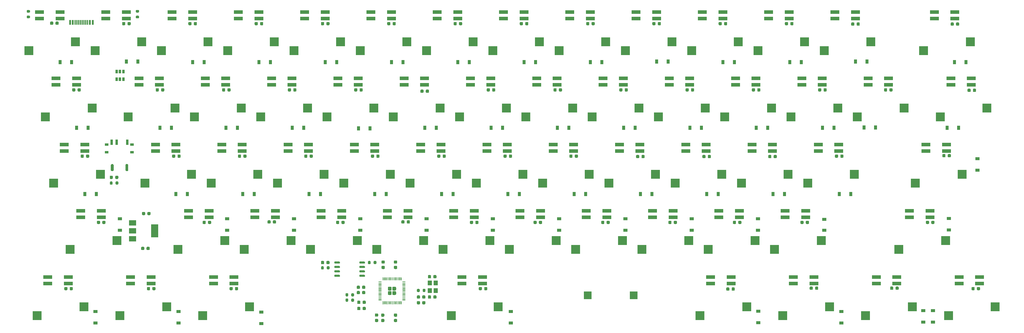
<source format=gbp>
%TF.GenerationSoftware,KiCad,Pcbnew,(5.1.10)-1*%
%TF.CreationDate,2021-09-29T22:37:26-06:00*%
%TF.ProjectId,PyKey60,50794b65-7936-4302-9e6b-696361645f70,1.1a*%
%TF.SameCoordinates,Original*%
%TF.FileFunction,Paste,Bot*%
%TF.FilePolarity,Positive*%
%FSLAX46Y46*%
G04 Gerber Fmt 4.6, Leading zero omitted, Abs format (unit mm)*
G04 Created by KiCad (PCBNEW (5.1.10)-1) date 2021-09-29 22:37:26*
%MOMM*%
%LPD*%
G01*
G04 APERTURE LIST*
%ADD10R,2.500000X1.100000*%
%ADD11R,2.550000X2.500000*%
%ADD12R,2.200000X2.200000*%
%ADD13R,2.000000X1.500000*%
%ADD14R,2.000000X3.800000*%
%ADD15R,1.200000X1.400000*%
%ADD16R,0.600000X1.450000*%
%ADD17R,0.300000X1.450000*%
%ADD18R,1.200000X0.900000*%
%ADD19R,0.900000X1.200000*%
%ADD20R,0.650000X1.060000*%
%ADD21R,0.700000X1.500000*%
%ADD22R,1.000000X0.800000*%
G04 APERTURE END LIST*
%TO.C,C77*%
G36*
G01*
X78796000Y-89953000D02*
X78796000Y-90453000D01*
G75*
G02*
X78571000Y-90678000I-225000J0D01*
G01*
X78121000Y-90678000D01*
G75*
G02*
X77896000Y-90453000I0J225000D01*
G01*
X77896000Y-89953000D01*
G75*
G02*
X78121000Y-89728000I225000J0D01*
G01*
X78571000Y-89728000D01*
G75*
G02*
X78796000Y-89953000I0J-225000D01*
G01*
G37*
G36*
G01*
X80346000Y-89953000D02*
X80346000Y-90453000D01*
G75*
G02*
X80121000Y-90678000I-225000J0D01*
G01*
X79671000Y-90678000D01*
G75*
G02*
X79446000Y-90453000I0J225000D01*
G01*
X79446000Y-89953000D01*
G75*
G02*
X79671000Y-89728000I225000J0D01*
G01*
X80121000Y-89728000D01*
G75*
G02*
X80346000Y-89953000I0J-225000D01*
G01*
G37*
%TD*%
%TO.C,C76*%
G36*
G01*
X236035000Y-89953000D02*
X236035000Y-90453000D01*
G75*
G02*
X235810000Y-90678000I-225000J0D01*
G01*
X235360000Y-90678000D01*
G75*
G02*
X235135000Y-90453000I0J225000D01*
G01*
X235135000Y-89953000D01*
G75*
G02*
X235360000Y-89728000I225000J0D01*
G01*
X235810000Y-89728000D01*
G75*
G02*
X236035000Y-89953000I0J-225000D01*
G01*
G37*
G36*
G01*
X237585000Y-89953000D02*
X237585000Y-90453000D01*
G75*
G02*
X237360000Y-90678000I-225000J0D01*
G01*
X236910000Y-90678000D01*
G75*
G02*
X236685000Y-90453000I0J225000D01*
G01*
X236685000Y-89953000D01*
G75*
G02*
X236910000Y-89728000I225000J0D01*
G01*
X237360000Y-89728000D01*
G75*
G02*
X237585000Y-89953000I0J-225000D01*
G01*
G37*
%TD*%
%TO.C,C75*%
G36*
G01*
X255085000Y-89953000D02*
X255085000Y-90453000D01*
G75*
G02*
X254860000Y-90678000I-225000J0D01*
G01*
X254410000Y-90678000D01*
G75*
G02*
X254185000Y-90453000I0J225000D01*
G01*
X254185000Y-89953000D01*
G75*
G02*
X254410000Y-89728000I225000J0D01*
G01*
X254860000Y-89728000D01*
G75*
G02*
X255085000Y-89953000I0J-225000D01*
G01*
G37*
G36*
G01*
X256635000Y-89953000D02*
X256635000Y-90453000D01*
G75*
G02*
X256410000Y-90678000I-225000J0D01*
G01*
X255960000Y-90678000D01*
G75*
G02*
X255735000Y-90453000I0J225000D01*
G01*
X255735000Y-89953000D01*
G75*
G02*
X255960000Y-89728000I225000J0D01*
G01*
X256410000Y-89728000D01*
G75*
G02*
X256635000Y-89953000I0J-225000D01*
G01*
G37*
%TD*%
%TO.C,C74*%
G36*
G01*
X264584000Y-70903000D02*
X264584000Y-71403000D01*
G75*
G02*
X264359000Y-71628000I-225000J0D01*
G01*
X263909000Y-71628000D01*
G75*
G02*
X263684000Y-71403000I0J225000D01*
G01*
X263684000Y-70903000D01*
G75*
G02*
X263909000Y-70678000I225000J0D01*
G01*
X264359000Y-70678000D01*
G75*
G02*
X264584000Y-70903000I0J-225000D01*
G01*
G37*
G36*
G01*
X266134000Y-70903000D02*
X266134000Y-71403000D01*
G75*
G02*
X265909000Y-71628000I-225000J0D01*
G01*
X265459000Y-71628000D01*
G75*
G02*
X265234000Y-71403000I0J225000D01*
G01*
X265234000Y-70903000D01*
G75*
G02*
X265459000Y-70678000I225000J0D01*
G01*
X265909000Y-70678000D01*
G75*
G02*
X266134000Y-70903000I0J-225000D01*
G01*
G37*
%TD*%
%TO.C,C73*%
G36*
G01*
X202761000Y-109003000D02*
X202761000Y-109503000D01*
G75*
G02*
X202536000Y-109728000I-225000J0D01*
G01*
X202086000Y-109728000D01*
G75*
G02*
X201861000Y-109503000I0J225000D01*
G01*
X201861000Y-109003000D01*
G75*
G02*
X202086000Y-108778000I225000J0D01*
G01*
X202536000Y-108778000D01*
G75*
G02*
X202761000Y-109003000I0J-225000D01*
G01*
G37*
G36*
G01*
X204311000Y-109003000D02*
X204311000Y-109503000D01*
G75*
G02*
X204086000Y-109728000I-225000J0D01*
G01*
X203636000Y-109728000D01*
G75*
G02*
X203411000Y-109503000I0J225000D01*
G01*
X203411000Y-109003000D01*
G75*
G02*
X203636000Y-108778000I225000J0D01*
G01*
X204086000Y-108778000D01*
G75*
G02*
X204311000Y-109003000I0J-225000D01*
G01*
G37*
%TD*%
%TO.C,C72*%
G36*
G01*
X245534000Y-70903000D02*
X245534000Y-71403000D01*
G75*
G02*
X245309000Y-71628000I-225000J0D01*
G01*
X244859000Y-71628000D01*
G75*
G02*
X244634000Y-71403000I0J225000D01*
G01*
X244634000Y-70903000D01*
G75*
G02*
X244859000Y-70678000I225000J0D01*
G01*
X245309000Y-70678000D01*
G75*
G02*
X245534000Y-70903000I0J-225000D01*
G01*
G37*
G36*
G01*
X247084000Y-70903000D02*
X247084000Y-71403000D01*
G75*
G02*
X246859000Y-71628000I-225000J0D01*
G01*
X246409000Y-71628000D01*
G75*
G02*
X246184000Y-71403000I0J225000D01*
G01*
X246184000Y-70903000D01*
G75*
G02*
X246409000Y-70678000I225000J0D01*
G01*
X246859000Y-70678000D01*
G75*
G02*
X247084000Y-70903000I0J-225000D01*
G01*
G37*
%TD*%
%TO.C,C71*%
G36*
G01*
X331259000Y-71030000D02*
X331259000Y-71530000D01*
G75*
G02*
X331034000Y-71755000I-225000J0D01*
G01*
X330584000Y-71755000D01*
G75*
G02*
X330359000Y-71530000I0J225000D01*
G01*
X330359000Y-71030000D01*
G75*
G02*
X330584000Y-70805000I225000J0D01*
G01*
X331034000Y-70805000D01*
G75*
G02*
X331259000Y-71030000I0J-225000D01*
G01*
G37*
G36*
G01*
X332809000Y-71030000D02*
X332809000Y-71530000D01*
G75*
G02*
X332584000Y-71755000I-225000J0D01*
G01*
X332134000Y-71755000D01*
G75*
G02*
X331909000Y-71530000I0J225000D01*
G01*
X331909000Y-71030000D01*
G75*
G02*
X332134000Y-70805000I225000J0D01*
G01*
X332584000Y-70805000D01*
G75*
G02*
X332809000Y-71030000I0J-225000D01*
G01*
G37*
%TD*%
%TO.C,C70*%
G36*
G01*
X217112000Y-89953000D02*
X217112000Y-90453000D01*
G75*
G02*
X216887000Y-90678000I-225000J0D01*
G01*
X216437000Y-90678000D01*
G75*
G02*
X216212000Y-90453000I0J225000D01*
G01*
X216212000Y-89953000D01*
G75*
G02*
X216437000Y-89728000I225000J0D01*
G01*
X216887000Y-89728000D01*
G75*
G02*
X217112000Y-89953000I0J-225000D01*
G01*
G37*
G36*
G01*
X218662000Y-89953000D02*
X218662000Y-90453000D01*
G75*
G02*
X218437000Y-90678000I-225000J0D01*
G01*
X217987000Y-90678000D01*
G75*
G02*
X217762000Y-90453000I0J225000D01*
G01*
X217762000Y-89953000D01*
G75*
G02*
X217987000Y-89728000I225000J0D01*
G01*
X218437000Y-89728000D01*
G75*
G02*
X218662000Y-89953000I0J-225000D01*
G01*
G37*
%TD*%
%TO.C,C69*%
G36*
G01*
X283634000Y-70903000D02*
X283634000Y-71403000D01*
G75*
G02*
X283409000Y-71628000I-225000J0D01*
G01*
X282959000Y-71628000D01*
G75*
G02*
X282734000Y-71403000I0J225000D01*
G01*
X282734000Y-70903000D01*
G75*
G02*
X282959000Y-70678000I225000J0D01*
G01*
X283409000Y-70678000D01*
G75*
G02*
X283634000Y-70903000I0J-225000D01*
G01*
G37*
G36*
G01*
X285184000Y-70903000D02*
X285184000Y-71403000D01*
G75*
G02*
X284959000Y-71628000I-225000J0D01*
G01*
X284509000Y-71628000D01*
G75*
G02*
X284284000Y-71403000I0J225000D01*
G01*
X284284000Y-70903000D01*
G75*
G02*
X284509000Y-70678000I225000J0D01*
G01*
X284959000Y-70678000D01*
G75*
G02*
X285184000Y-70903000I0J-225000D01*
G01*
G37*
%TD*%
%TO.C,C68*%
G36*
G01*
X197935000Y-89953000D02*
X197935000Y-90453000D01*
G75*
G02*
X197710000Y-90678000I-225000J0D01*
G01*
X197260000Y-90678000D01*
G75*
G02*
X197035000Y-90453000I0J225000D01*
G01*
X197035000Y-89953000D01*
G75*
G02*
X197260000Y-89728000I225000J0D01*
G01*
X197710000Y-89728000D01*
G75*
G02*
X197935000Y-89953000I0J-225000D01*
G01*
G37*
G36*
G01*
X199485000Y-89953000D02*
X199485000Y-90453000D01*
G75*
G02*
X199260000Y-90678000I-225000J0D01*
G01*
X198810000Y-90678000D01*
G75*
G02*
X198585000Y-90453000I0J225000D01*
G01*
X198585000Y-89953000D01*
G75*
G02*
X198810000Y-89728000I225000J0D01*
G01*
X199260000Y-89728000D01*
G75*
G02*
X199485000Y-89953000I0J-225000D01*
G01*
G37*
%TD*%
%TO.C,C67*%
G36*
G01*
X183711000Y-109003000D02*
X183711000Y-109503000D01*
G75*
G02*
X183486000Y-109728000I-225000J0D01*
G01*
X183036000Y-109728000D01*
G75*
G02*
X182811000Y-109503000I0J225000D01*
G01*
X182811000Y-109003000D01*
G75*
G02*
X183036000Y-108778000I225000J0D01*
G01*
X183486000Y-108778000D01*
G75*
G02*
X183711000Y-109003000I0J-225000D01*
G01*
G37*
G36*
G01*
X185261000Y-109003000D02*
X185261000Y-109503000D01*
G75*
G02*
X185036000Y-109728000I-225000J0D01*
G01*
X184586000Y-109728000D01*
G75*
G02*
X184361000Y-109503000I0J225000D01*
G01*
X184361000Y-109003000D01*
G75*
G02*
X184586000Y-108778000I225000J0D01*
G01*
X185036000Y-108778000D01*
G75*
G02*
X185261000Y-109003000I0J-225000D01*
G01*
G37*
%TD*%
%TO.C,C66*%
G36*
G01*
X221684000Y-109003000D02*
X221684000Y-109503000D01*
G75*
G02*
X221459000Y-109728000I-225000J0D01*
G01*
X221009000Y-109728000D01*
G75*
G02*
X220784000Y-109503000I0J225000D01*
G01*
X220784000Y-109003000D01*
G75*
G02*
X221009000Y-108778000I225000J0D01*
G01*
X221459000Y-108778000D01*
G75*
G02*
X221684000Y-109003000I0J-225000D01*
G01*
G37*
G36*
G01*
X223234000Y-109003000D02*
X223234000Y-109503000D01*
G75*
G02*
X223009000Y-109728000I-225000J0D01*
G01*
X222559000Y-109728000D01*
G75*
G02*
X222334000Y-109503000I0J225000D01*
G01*
X222334000Y-109003000D01*
G75*
G02*
X222559000Y-108778000I225000J0D01*
G01*
X223009000Y-108778000D01*
G75*
G02*
X223234000Y-109003000I0J-225000D01*
G01*
G37*
%TD*%
%TO.C,C65*%
G36*
G01*
X226510000Y-70903000D02*
X226510000Y-71403000D01*
G75*
G02*
X226285000Y-71628000I-225000J0D01*
G01*
X225835000Y-71628000D01*
G75*
G02*
X225610000Y-71403000I0J225000D01*
G01*
X225610000Y-70903000D01*
G75*
G02*
X225835000Y-70678000I225000J0D01*
G01*
X226285000Y-70678000D01*
G75*
G02*
X226510000Y-70903000I0J-225000D01*
G01*
G37*
G36*
G01*
X228060000Y-70903000D02*
X228060000Y-71403000D01*
G75*
G02*
X227835000Y-71628000I-225000J0D01*
G01*
X227385000Y-71628000D01*
G75*
G02*
X227160000Y-71403000I0J225000D01*
G01*
X227160000Y-70903000D01*
G75*
G02*
X227385000Y-70678000I225000J0D01*
G01*
X227835000Y-70678000D01*
G75*
G02*
X228060000Y-70903000I0J-225000D01*
G01*
G37*
%TD*%
%TO.C,C64*%
G36*
G01*
X302684000Y-71030000D02*
X302684000Y-71530000D01*
G75*
G02*
X302459000Y-71755000I-225000J0D01*
G01*
X302009000Y-71755000D01*
G75*
G02*
X301784000Y-71530000I0J225000D01*
G01*
X301784000Y-71030000D01*
G75*
G02*
X302009000Y-70805000I225000J0D01*
G01*
X302459000Y-70805000D01*
G75*
G02*
X302684000Y-71030000I0J-225000D01*
G01*
G37*
G36*
G01*
X304234000Y-71030000D02*
X304234000Y-71530000D01*
G75*
G02*
X304009000Y-71755000I-225000J0D01*
G01*
X303559000Y-71755000D01*
G75*
G02*
X303334000Y-71530000I0J225000D01*
G01*
X303334000Y-71030000D01*
G75*
G02*
X303559000Y-70805000I225000J0D01*
G01*
X304009000Y-70805000D01*
G75*
G02*
X304234000Y-71030000I0J-225000D01*
G01*
G37*
%TD*%
%TO.C,C63*%
G36*
G01*
X159835000Y-89953000D02*
X159835000Y-90453000D01*
G75*
G02*
X159610000Y-90678000I-225000J0D01*
G01*
X159160000Y-90678000D01*
G75*
G02*
X158935000Y-90453000I0J225000D01*
G01*
X158935000Y-89953000D01*
G75*
G02*
X159160000Y-89728000I225000J0D01*
G01*
X159610000Y-89728000D01*
G75*
G02*
X159835000Y-89953000I0J-225000D01*
G01*
G37*
G36*
G01*
X161385000Y-89953000D02*
X161385000Y-90453000D01*
G75*
G02*
X161160000Y-90678000I-225000J0D01*
G01*
X160710000Y-90678000D01*
G75*
G02*
X160485000Y-90453000I0J225000D01*
G01*
X160485000Y-89953000D01*
G75*
G02*
X160710000Y-89728000I225000J0D01*
G01*
X161160000Y-89728000D01*
G75*
G02*
X161385000Y-89953000I0J-225000D01*
G01*
G37*
%TD*%
%TO.C,C62*%
G36*
G01*
X112184000Y-70903000D02*
X112184000Y-71403000D01*
G75*
G02*
X111959000Y-71628000I-225000J0D01*
G01*
X111509000Y-71628000D01*
G75*
G02*
X111284000Y-71403000I0J225000D01*
G01*
X111284000Y-70903000D01*
G75*
G02*
X111509000Y-70678000I225000J0D01*
G01*
X111959000Y-70678000D01*
G75*
G02*
X112184000Y-70903000I0J-225000D01*
G01*
G37*
G36*
G01*
X113734000Y-70903000D02*
X113734000Y-71403000D01*
G75*
G02*
X113509000Y-71628000I-225000J0D01*
G01*
X113059000Y-71628000D01*
G75*
G02*
X112834000Y-71403000I0J225000D01*
G01*
X112834000Y-70903000D01*
G75*
G02*
X113059000Y-70678000I225000J0D01*
G01*
X113509000Y-70678000D01*
G75*
G02*
X113734000Y-70903000I0J-225000D01*
G01*
G37*
%TD*%
%TO.C,C61*%
G36*
G01*
X145484000Y-109003000D02*
X145484000Y-109503000D01*
G75*
G02*
X145259000Y-109728000I-225000J0D01*
G01*
X144809000Y-109728000D01*
G75*
G02*
X144584000Y-109503000I0J225000D01*
G01*
X144584000Y-109003000D01*
G75*
G02*
X144809000Y-108778000I225000J0D01*
G01*
X145259000Y-108778000D01*
G75*
G02*
X145484000Y-109003000I0J-225000D01*
G01*
G37*
G36*
G01*
X147034000Y-109003000D02*
X147034000Y-109503000D01*
G75*
G02*
X146809000Y-109728000I-225000J0D01*
G01*
X146359000Y-109728000D01*
G75*
G02*
X146134000Y-109503000I0J225000D01*
G01*
X146134000Y-109003000D01*
G75*
G02*
X146359000Y-108778000I225000J0D01*
G01*
X146809000Y-108778000D01*
G75*
G02*
X147034000Y-109003000I0J-225000D01*
G01*
G37*
%TD*%
%TO.C,C60*%
G36*
G01*
X178872000Y-90334000D02*
X178872000Y-90834000D01*
G75*
G02*
X178647000Y-91059000I-225000J0D01*
G01*
X178197000Y-91059000D01*
G75*
G02*
X177972000Y-90834000I0J225000D01*
G01*
X177972000Y-90334000D01*
G75*
G02*
X178197000Y-90109000I225000J0D01*
G01*
X178647000Y-90109000D01*
G75*
G02*
X178872000Y-90334000I0J-225000D01*
G01*
G37*
G36*
G01*
X180422000Y-90334000D02*
X180422000Y-90834000D01*
G75*
G02*
X180197000Y-91059000I-225000J0D01*
G01*
X179747000Y-91059000D01*
G75*
G02*
X179522000Y-90834000I0J225000D01*
G01*
X179522000Y-90334000D01*
G75*
G02*
X179747000Y-90109000I225000J0D01*
G01*
X180197000Y-90109000D01*
G75*
G02*
X180422000Y-90334000I0J-225000D01*
G01*
G37*
%TD*%
%TO.C,C59*%
G36*
G01*
X240861000Y-109130000D02*
X240861000Y-109630000D01*
G75*
G02*
X240636000Y-109855000I-225000J0D01*
G01*
X240186000Y-109855000D01*
G75*
G02*
X239961000Y-109630000I0J225000D01*
G01*
X239961000Y-109130000D01*
G75*
G02*
X240186000Y-108905000I225000J0D01*
G01*
X240636000Y-108905000D01*
G75*
G02*
X240861000Y-109130000I0J-225000D01*
G01*
G37*
G36*
G01*
X242411000Y-109130000D02*
X242411000Y-109630000D01*
G75*
G02*
X242186000Y-109855000I-225000J0D01*
G01*
X241736000Y-109855000D01*
G75*
G02*
X241511000Y-109630000I0J225000D01*
G01*
X241511000Y-109130000D01*
G75*
G02*
X241736000Y-108905000I225000J0D01*
G01*
X242186000Y-108905000D01*
G75*
G02*
X242411000Y-109130000I0J-225000D01*
G01*
G37*
%TD*%
%TO.C,C58*%
G36*
G01*
X259911000Y-109130000D02*
X259911000Y-109630000D01*
G75*
G02*
X259686000Y-109855000I-225000J0D01*
G01*
X259236000Y-109855000D01*
G75*
G02*
X259011000Y-109630000I0J225000D01*
G01*
X259011000Y-109130000D01*
G75*
G02*
X259236000Y-108905000I225000J0D01*
G01*
X259686000Y-108905000D01*
G75*
G02*
X259911000Y-109130000I0J-225000D01*
G01*
G37*
G36*
G01*
X261461000Y-109130000D02*
X261461000Y-109630000D01*
G75*
G02*
X261236000Y-109855000I-225000J0D01*
G01*
X260786000Y-109855000D01*
G75*
G02*
X260561000Y-109630000I0J225000D01*
G01*
X260561000Y-109130000D01*
G75*
G02*
X260786000Y-108905000I225000J0D01*
G01*
X261236000Y-108905000D01*
G75*
G02*
X261461000Y-109130000I0J-225000D01*
G01*
G37*
%TD*%
%TO.C,C57*%
G36*
G01*
X207434000Y-70903000D02*
X207434000Y-71403000D01*
G75*
G02*
X207209000Y-71628000I-225000J0D01*
G01*
X206759000Y-71628000D01*
G75*
G02*
X206534000Y-71403000I0J225000D01*
G01*
X206534000Y-70903000D01*
G75*
G02*
X206759000Y-70678000I225000J0D01*
G01*
X207209000Y-70678000D01*
G75*
G02*
X207434000Y-70903000I0J-225000D01*
G01*
G37*
G36*
G01*
X208984000Y-70903000D02*
X208984000Y-71403000D01*
G75*
G02*
X208759000Y-71628000I-225000J0D01*
G01*
X208309000Y-71628000D01*
G75*
G02*
X208084000Y-71403000I0J225000D01*
G01*
X208084000Y-70903000D01*
G75*
G02*
X208309000Y-70678000I225000J0D01*
G01*
X208759000Y-70678000D01*
G75*
G02*
X208984000Y-70903000I0J-225000D01*
G01*
G37*
%TD*%
%TO.C,C56*%
G36*
G01*
X193109000Y-128053000D02*
X193109000Y-128553000D01*
G75*
G02*
X192884000Y-128778000I-225000J0D01*
G01*
X192434000Y-128778000D01*
G75*
G02*
X192209000Y-128553000I0J225000D01*
G01*
X192209000Y-128053000D01*
G75*
G02*
X192434000Y-127828000I225000J0D01*
G01*
X192884000Y-127828000D01*
G75*
G02*
X193109000Y-128053000I0J-225000D01*
G01*
G37*
G36*
G01*
X194659000Y-128053000D02*
X194659000Y-128553000D01*
G75*
G02*
X194434000Y-128778000I-225000J0D01*
G01*
X193984000Y-128778000D01*
G75*
G02*
X193759000Y-128553000I0J225000D01*
G01*
X193759000Y-128053000D01*
G75*
G02*
X193984000Y-127828000I225000J0D01*
G01*
X194434000Y-127828000D01*
G75*
G02*
X194659000Y-128053000I0J-225000D01*
G01*
G37*
%TD*%
%TO.C,C55*%
G36*
G01*
X131234000Y-70903000D02*
X131234000Y-71403000D01*
G75*
G02*
X131009000Y-71628000I-225000J0D01*
G01*
X130559000Y-71628000D01*
G75*
G02*
X130334000Y-71403000I0J225000D01*
G01*
X130334000Y-70903000D01*
G75*
G02*
X130559000Y-70678000I225000J0D01*
G01*
X131009000Y-70678000D01*
G75*
G02*
X131234000Y-70903000I0J-225000D01*
G01*
G37*
G36*
G01*
X132784000Y-70903000D02*
X132784000Y-71403000D01*
G75*
G02*
X132559000Y-71628000I-225000J0D01*
G01*
X132109000Y-71628000D01*
G75*
G02*
X131884000Y-71403000I0J225000D01*
G01*
X131884000Y-70903000D01*
G75*
G02*
X132109000Y-70678000I225000J0D01*
G01*
X132559000Y-70678000D01*
G75*
G02*
X132784000Y-70903000I0J-225000D01*
G01*
G37*
%TD*%
%TO.C,C54*%
G36*
G01*
X140785000Y-89953000D02*
X140785000Y-90453000D01*
G75*
G02*
X140560000Y-90678000I-225000J0D01*
G01*
X140110000Y-90678000D01*
G75*
G02*
X139885000Y-90453000I0J225000D01*
G01*
X139885000Y-89953000D01*
G75*
G02*
X140110000Y-89728000I225000J0D01*
G01*
X140560000Y-89728000D01*
G75*
G02*
X140785000Y-89953000I0J-225000D01*
G01*
G37*
G36*
G01*
X142335000Y-89953000D02*
X142335000Y-90453000D01*
G75*
G02*
X142110000Y-90678000I-225000J0D01*
G01*
X141660000Y-90678000D01*
G75*
G02*
X141435000Y-90453000I0J225000D01*
G01*
X141435000Y-89953000D01*
G75*
G02*
X141660000Y-89728000I225000J0D01*
G01*
X142110000Y-89728000D01*
G75*
G02*
X142335000Y-89953000I0J-225000D01*
G01*
G37*
%TD*%
%TO.C,C53*%
G36*
G01*
X164661000Y-109003000D02*
X164661000Y-109503000D01*
G75*
G02*
X164436000Y-109728000I-225000J0D01*
G01*
X163986000Y-109728000D01*
G75*
G02*
X163761000Y-109503000I0J225000D01*
G01*
X163761000Y-109003000D01*
G75*
G02*
X163986000Y-108778000I225000J0D01*
G01*
X164436000Y-108778000D01*
G75*
G02*
X164661000Y-109003000I0J-225000D01*
G01*
G37*
G36*
G01*
X166211000Y-109003000D02*
X166211000Y-109503000D01*
G75*
G02*
X165986000Y-109728000I-225000J0D01*
G01*
X165536000Y-109728000D01*
G75*
G02*
X165311000Y-109503000I0J225000D01*
G01*
X165311000Y-109003000D01*
G75*
G02*
X165536000Y-108778000I225000J0D01*
G01*
X165986000Y-108778000D01*
G75*
G02*
X166211000Y-109003000I0J-225000D01*
G01*
G37*
%TD*%
%TO.C,C52*%
G36*
G01*
X274135000Y-89953000D02*
X274135000Y-90453000D01*
G75*
G02*
X273910000Y-90678000I-225000J0D01*
G01*
X273460000Y-90678000D01*
G75*
G02*
X273235000Y-90453000I0J225000D01*
G01*
X273235000Y-89953000D01*
G75*
G02*
X273460000Y-89728000I225000J0D01*
G01*
X273910000Y-89728000D01*
G75*
G02*
X274135000Y-89953000I0J-225000D01*
G01*
G37*
G36*
G01*
X275685000Y-89953000D02*
X275685000Y-90453000D01*
G75*
G02*
X275460000Y-90678000I-225000J0D01*
G01*
X275010000Y-90678000D01*
G75*
G02*
X274785000Y-90453000I0J225000D01*
G01*
X274785000Y-89953000D01*
G75*
G02*
X275010000Y-89728000I225000J0D01*
G01*
X275460000Y-89728000D01*
G75*
G02*
X275685000Y-89953000I0J-225000D01*
G01*
G37*
%TD*%
%TO.C,C51*%
G36*
G01*
X211384000Y-128053000D02*
X211384000Y-128553000D01*
G75*
G02*
X211159000Y-128778000I-225000J0D01*
G01*
X210709000Y-128778000D01*
G75*
G02*
X210484000Y-128553000I0J225000D01*
G01*
X210484000Y-128053000D01*
G75*
G02*
X210709000Y-127828000I225000J0D01*
G01*
X211159000Y-127828000D01*
G75*
G02*
X211384000Y-128053000I0J-225000D01*
G01*
G37*
G36*
G01*
X212934000Y-128053000D02*
X212934000Y-128553000D01*
G75*
G02*
X212709000Y-128778000I-225000J0D01*
G01*
X212259000Y-128778000D01*
G75*
G02*
X212034000Y-128553000I0J225000D01*
G01*
X212034000Y-128053000D01*
G75*
G02*
X212259000Y-127828000I225000J0D01*
G01*
X212709000Y-127828000D01*
G75*
G02*
X212934000Y-128053000I0J-225000D01*
G01*
G37*
%TD*%
%TO.C,C50*%
G36*
G01*
X230828000Y-128053000D02*
X230828000Y-128553000D01*
G75*
G02*
X230603000Y-128778000I-225000J0D01*
G01*
X230153000Y-128778000D01*
G75*
G02*
X229928000Y-128553000I0J225000D01*
G01*
X229928000Y-128053000D01*
G75*
G02*
X230153000Y-127828000I225000J0D01*
G01*
X230603000Y-127828000D01*
G75*
G02*
X230828000Y-128053000I0J-225000D01*
G01*
G37*
G36*
G01*
X232378000Y-128053000D02*
X232378000Y-128553000D01*
G75*
G02*
X232153000Y-128778000I-225000J0D01*
G01*
X231703000Y-128778000D01*
G75*
G02*
X231478000Y-128553000I0J225000D01*
G01*
X231478000Y-128053000D01*
G75*
G02*
X231703000Y-127828000I225000J0D01*
G01*
X232153000Y-127828000D01*
G75*
G02*
X232378000Y-128053000I0J-225000D01*
G01*
G37*
%TD*%
%TO.C,C49*%
G36*
G01*
X188410000Y-70903000D02*
X188410000Y-71403000D01*
G75*
G02*
X188185000Y-71628000I-225000J0D01*
G01*
X187735000Y-71628000D01*
G75*
G02*
X187510000Y-71403000I0J225000D01*
G01*
X187510000Y-70903000D01*
G75*
G02*
X187735000Y-70678000I225000J0D01*
G01*
X188185000Y-70678000D01*
G75*
G02*
X188410000Y-70903000I0J-225000D01*
G01*
G37*
G36*
G01*
X189960000Y-70903000D02*
X189960000Y-71403000D01*
G75*
G02*
X189735000Y-71628000I-225000J0D01*
G01*
X189285000Y-71628000D01*
G75*
G02*
X189060000Y-71403000I0J225000D01*
G01*
X189060000Y-70903000D01*
G75*
G02*
X189285000Y-70678000I225000J0D01*
G01*
X189735000Y-70678000D01*
G75*
G02*
X189960000Y-70903000I0J-225000D01*
G01*
G37*
%TD*%
%TO.C,C48*%
G36*
G01*
X154628000Y-128053000D02*
X154628000Y-128553000D01*
G75*
G02*
X154403000Y-128778000I-225000J0D01*
G01*
X153953000Y-128778000D01*
G75*
G02*
X153728000Y-128553000I0J225000D01*
G01*
X153728000Y-128053000D01*
G75*
G02*
X153953000Y-127828000I225000J0D01*
G01*
X154403000Y-127828000D01*
G75*
G02*
X154628000Y-128053000I0J-225000D01*
G01*
G37*
G36*
G01*
X156178000Y-128053000D02*
X156178000Y-128553000D01*
G75*
G02*
X155953000Y-128778000I-225000J0D01*
G01*
X155503000Y-128778000D01*
G75*
G02*
X155278000Y-128553000I0J225000D01*
G01*
X155278000Y-128053000D01*
G75*
G02*
X155503000Y-127828000I225000J0D01*
G01*
X155953000Y-127828000D01*
G75*
G02*
X156178000Y-128053000I0J-225000D01*
G01*
G37*
%TD*%
%TO.C,C47*%
G36*
G01*
X93147000Y-70903000D02*
X93147000Y-71403000D01*
G75*
G02*
X92922000Y-71628000I-225000J0D01*
G01*
X92472000Y-71628000D01*
G75*
G02*
X92247000Y-71403000I0J225000D01*
G01*
X92247000Y-70903000D01*
G75*
G02*
X92472000Y-70678000I225000J0D01*
G01*
X92922000Y-70678000D01*
G75*
G02*
X93147000Y-70903000I0J-225000D01*
G01*
G37*
G36*
G01*
X94697000Y-70903000D02*
X94697000Y-71403000D01*
G75*
G02*
X94472000Y-71628000I-225000J0D01*
G01*
X94022000Y-71628000D01*
G75*
G02*
X93797000Y-71403000I0J225000D01*
G01*
X93797000Y-70903000D01*
G75*
G02*
X94022000Y-70678000I225000J0D01*
G01*
X94472000Y-70678000D01*
G75*
G02*
X94697000Y-70903000I0J-225000D01*
G01*
G37*
%TD*%
%TO.C,C46*%
G36*
G01*
X121862000Y-89953000D02*
X121862000Y-90453000D01*
G75*
G02*
X121637000Y-90678000I-225000J0D01*
G01*
X121187000Y-90678000D01*
G75*
G02*
X120962000Y-90453000I0J225000D01*
G01*
X120962000Y-89953000D01*
G75*
G02*
X121187000Y-89728000I225000J0D01*
G01*
X121637000Y-89728000D01*
G75*
G02*
X121862000Y-89953000I0J-225000D01*
G01*
G37*
G36*
G01*
X123412000Y-89953000D02*
X123412000Y-90453000D01*
G75*
G02*
X123187000Y-90678000I-225000J0D01*
G01*
X122737000Y-90678000D01*
G75*
G02*
X122512000Y-90453000I0J225000D01*
G01*
X122512000Y-89953000D01*
G75*
G02*
X122737000Y-89728000I225000J0D01*
G01*
X123187000Y-89728000D01*
G75*
G02*
X123412000Y-89953000I0J-225000D01*
G01*
G37*
%TD*%
%TO.C,C45*%
G36*
G01*
X173398000Y-127926000D02*
X173398000Y-128426000D01*
G75*
G02*
X173173000Y-128651000I-225000J0D01*
G01*
X172723000Y-128651000D01*
G75*
G02*
X172498000Y-128426000I0J225000D01*
G01*
X172498000Y-127926000D01*
G75*
G02*
X172723000Y-127701000I225000J0D01*
G01*
X173173000Y-127701000D01*
G75*
G02*
X173398000Y-127926000I0J-225000D01*
G01*
G37*
G36*
G01*
X174948000Y-127926000D02*
X174948000Y-128426000D01*
G75*
G02*
X174723000Y-128651000I-225000J0D01*
G01*
X174273000Y-128651000D01*
G75*
G02*
X174048000Y-128426000I0J225000D01*
G01*
X174048000Y-127926000D01*
G75*
G02*
X174273000Y-127701000I225000J0D01*
G01*
X174723000Y-127701000D01*
G75*
G02*
X174948000Y-127926000I0J-225000D01*
G01*
G37*
%TD*%
%TO.C,C44*%
G36*
G01*
X293185000Y-89953000D02*
X293185000Y-90453000D01*
G75*
G02*
X292960000Y-90678000I-225000J0D01*
G01*
X292510000Y-90678000D01*
G75*
G02*
X292285000Y-90453000I0J225000D01*
G01*
X292285000Y-89953000D01*
G75*
G02*
X292510000Y-89728000I225000J0D01*
G01*
X292960000Y-89728000D01*
G75*
G02*
X293185000Y-89953000I0J-225000D01*
G01*
G37*
G36*
G01*
X294735000Y-89953000D02*
X294735000Y-90453000D01*
G75*
G02*
X294510000Y-90678000I-225000J0D01*
G01*
X294060000Y-90678000D01*
G75*
G02*
X293835000Y-90453000I0J225000D01*
G01*
X293835000Y-89953000D01*
G75*
G02*
X294060000Y-89728000I225000J0D01*
G01*
X294510000Y-89728000D01*
G75*
G02*
X294735000Y-89953000I0J-225000D01*
G01*
G37*
%TD*%
%TO.C,C43*%
G36*
G01*
X250132000Y-128053000D02*
X250132000Y-128553000D01*
G75*
G02*
X249907000Y-128778000I-225000J0D01*
G01*
X249457000Y-128778000D01*
G75*
G02*
X249232000Y-128553000I0J225000D01*
G01*
X249232000Y-128053000D01*
G75*
G02*
X249457000Y-127828000I225000J0D01*
G01*
X249907000Y-127828000D01*
G75*
G02*
X250132000Y-128053000I0J-225000D01*
G01*
G37*
G36*
G01*
X251682000Y-128053000D02*
X251682000Y-128553000D01*
G75*
G02*
X251457000Y-128778000I-225000J0D01*
G01*
X251007000Y-128778000D01*
G75*
G02*
X250782000Y-128553000I0J225000D01*
G01*
X250782000Y-128053000D01*
G75*
G02*
X251007000Y-127828000I225000J0D01*
G01*
X251457000Y-127828000D01*
G75*
G02*
X251682000Y-128053000I0J-225000D01*
G01*
G37*
%TD*%
%TO.C,C42*%
G36*
G01*
X195649000Y-147103000D02*
X195649000Y-147603000D01*
G75*
G02*
X195424000Y-147828000I-225000J0D01*
G01*
X194974000Y-147828000D01*
G75*
G02*
X194749000Y-147603000I0J225000D01*
G01*
X194749000Y-147103000D01*
G75*
G02*
X194974000Y-146878000I225000J0D01*
G01*
X195424000Y-146878000D01*
G75*
G02*
X195649000Y-147103000I0J-225000D01*
G01*
G37*
G36*
G01*
X197199000Y-147103000D02*
X197199000Y-147603000D01*
G75*
G02*
X196974000Y-147828000I-225000J0D01*
G01*
X196524000Y-147828000D01*
G75*
G02*
X196299000Y-147603000I0J225000D01*
G01*
X196299000Y-147103000D01*
G75*
G02*
X196524000Y-146878000I225000J0D01*
G01*
X196974000Y-146878000D01*
G75*
G02*
X197199000Y-147103000I0J-225000D01*
G01*
G37*
%TD*%
%TO.C,C41*%
G36*
G01*
X72446000Y-70776000D02*
X72446000Y-71276000D01*
G75*
G02*
X72221000Y-71501000I-225000J0D01*
G01*
X71771000Y-71501000D01*
G75*
G02*
X71546000Y-71276000I0J225000D01*
G01*
X71546000Y-70776000D01*
G75*
G02*
X71771000Y-70551000I225000J0D01*
G01*
X72221000Y-70551000D01*
G75*
G02*
X72446000Y-70776000I0J-225000D01*
G01*
G37*
G36*
G01*
X73996000Y-70776000D02*
X73996000Y-71276000D01*
G75*
G02*
X73771000Y-71501000I-225000J0D01*
G01*
X73321000Y-71501000D01*
G75*
G02*
X73096000Y-71276000I0J225000D01*
G01*
X73096000Y-70776000D01*
G75*
G02*
X73321000Y-70551000I225000J0D01*
G01*
X73771000Y-70551000D01*
G75*
G02*
X73996000Y-70776000I0J-225000D01*
G01*
G37*
%TD*%
%TO.C,C40*%
G36*
G01*
X81222000Y-109003000D02*
X81222000Y-109503000D01*
G75*
G02*
X80997000Y-109728000I-225000J0D01*
G01*
X80547000Y-109728000D01*
G75*
G02*
X80322000Y-109503000I0J225000D01*
G01*
X80322000Y-109003000D01*
G75*
G02*
X80547000Y-108778000I225000J0D01*
G01*
X80997000Y-108778000D01*
G75*
G02*
X81222000Y-109003000I0J-225000D01*
G01*
G37*
G36*
G01*
X82772000Y-109003000D02*
X82772000Y-109503000D01*
G75*
G02*
X82547000Y-109728000I-225000J0D01*
G01*
X82097000Y-109728000D01*
G75*
G02*
X81872000Y-109503000I0J225000D01*
G01*
X81872000Y-109003000D01*
G75*
G02*
X82097000Y-108778000I225000J0D01*
G01*
X82547000Y-108778000D01*
G75*
G02*
X82772000Y-109003000I0J-225000D01*
G01*
G37*
%TD*%
%TO.C,C39*%
G36*
G01*
X150297000Y-70903000D02*
X150297000Y-71403000D01*
G75*
G02*
X150072000Y-71628000I-225000J0D01*
G01*
X149622000Y-71628000D01*
G75*
G02*
X149397000Y-71403000I0J225000D01*
G01*
X149397000Y-70903000D01*
G75*
G02*
X149622000Y-70678000I225000J0D01*
G01*
X150072000Y-70678000D01*
G75*
G02*
X150297000Y-70903000I0J-225000D01*
G01*
G37*
G36*
G01*
X151847000Y-70903000D02*
X151847000Y-71403000D01*
G75*
G02*
X151622000Y-71628000I-225000J0D01*
G01*
X151172000Y-71628000D01*
G75*
G02*
X150947000Y-71403000I0J225000D01*
G01*
X150947000Y-70903000D01*
G75*
G02*
X151172000Y-70678000I225000J0D01*
G01*
X151622000Y-70678000D01*
G75*
G02*
X151847000Y-70903000I0J-225000D01*
G01*
G37*
%TD*%
%TO.C,C38*%
G36*
G01*
X312108000Y-89953000D02*
X312108000Y-90453000D01*
G75*
G02*
X311883000Y-90678000I-225000J0D01*
G01*
X311433000Y-90678000D01*
G75*
G02*
X311208000Y-90453000I0J225000D01*
G01*
X311208000Y-89953000D01*
G75*
G02*
X311433000Y-89728000I225000J0D01*
G01*
X311883000Y-89728000D01*
G75*
G02*
X312108000Y-89953000I0J-225000D01*
G01*
G37*
G36*
G01*
X313658000Y-89953000D02*
X313658000Y-90453000D01*
G75*
G02*
X313433000Y-90678000I-225000J0D01*
G01*
X312983000Y-90678000D01*
G75*
G02*
X312758000Y-90453000I0J225000D01*
G01*
X312758000Y-89953000D01*
G75*
G02*
X312983000Y-89728000I225000J0D01*
G01*
X313433000Y-89728000D01*
G75*
G02*
X313658000Y-89953000I0J-225000D01*
G01*
G37*
%TD*%
%TO.C,C37*%
G36*
G01*
X134917000Y-127926000D02*
X134917000Y-128426000D01*
G75*
G02*
X134692000Y-128651000I-225000J0D01*
G01*
X134242000Y-128651000D01*
G75*
G02*
X134017000Y-128426000I0J225000D01*
G01*
X134017000Y-127926000D01*
G75*
G02*
X134242000Y-127701000I225000J0D01*
G01*
X134692000Y-127701000D01*
G75*
G02*
X134917000Y-127926000I0J-225000D01*
G01*
G37*
G36*
G01*
X136467000Y-127926000D02*
X136467000Y-128426000D01*
G75*
G02*
X136242000Y-128651000I-225000J0D01*
G01*
X135792000Y-128651000D01*
G75*
G02*
X135567000Y-128426000I0J225000D01*
G01*
X135567000Y-127926000D01*
G75*
G02*
X135792000Y-127701000I225000J0D01*
G01*
X136242000Y-127701000D01*
G75*
G02*
X136467000Y-127926000I0J-225000D01*
G01*
G37*
%TD*%
%TO.C,C36*%
G36*
G01*
X324147000Y-128053000D02*
X324147000Y-128553000D01*
G75*
G02*
X323922000Y-128778000I-225000J0D01*
G01*
X323472000Y-128778000D01*
G75*
G02*
X323247000Y-128553000I0J225000D01*
G01*
X323247000Y-128053000D01*
G75*
G02*
X323472000Y-127828000I225000J0D01*
G01*
X323922000Y-127828000D01*
G75*
G02*
X324147000Y-128053000I0J-225000D01*
G01*
G37*
G36*
G01*
X325697000Y-128053000D02*
X325697000Y-128553000D01*
G75*
G02*
X325472000Y-128778000I-225000J0D01*
G01*
X325022000Y-128778000D01*
G75*
G02*
X324797000Y-128553000I0J225000D01*
G01*
X324797000Y-128053000D01*
G75*
G02*
X325022000Y-127828000I225000J0D01*
G01*
X325472000Y-127828000D01*
G75*
G02*
X325697000Y-128053000I0J-225000D01*
G01*
G37*
%TD*%
%TO.C,C35*%
G36*
G01*
X278834000Y-109130000D02*
X278834000Y-109630000D01*
G75*
G02*
X278609000Y-109855000I-225000J0D01*
G01*
X278159000Y-109855000D01*
G75*
G02*
X277934000Y-109630000I0J225000D01*
G01*
X277934000Y-109130000D01*
G75*
G02*
X278159000Y-108905000I225000J0D01*
G01*
X278609000Y-108905000D01*
G75*
G02*
X278834000Y-109130000I0J-225000D01*
G01*
G37*
G36*
G01*
X280384000Y-109130000D02*
X280384000Y-109630000D01*
G75*
G02*
X280159000Y-109855000I-225000J0D01*
G01*
X279709000Y-109855000D01*
G75*
G02*
X279484000Y-109630000I0J225000D01*
G01*
X279484000Y-109130000D01*
G75*
G02*
X279709000Y-108905000I225000J0D01*
G01*
X280159000Y-108905000D01*
G75*
G02*
X280384000Y-109130000I0J-225000D01*
G01*
G37*
%TD*%
%TO.C,C34*%
G36*
G01*
X268674000Y-128053000D02*
X268674000Y-128553000D01*
G75*
G02*
X268449000Y-128778000I-225000J0D01*
G01*
X267999000Y-128778000D01*
G75*
G02*
X267774000Y-128553000I0J225000D01*
G01*
X267774000Y-128053000D01*
G75*
G02*
X267999000Y-127828000I225000J0D01*
G01*
X268449000Y-127828000D01*
G75*
G02*
X268674000Y-128053000I0J-225000D01*
G01*
G37*
G36*
G01*
X270224000Y-128053000D02*
X270224000Y-128553000D01*
G75*
G02*
X269999000Y-128778000I-225000J0D01*
G01*
X269549000Y-128778000D01*
G75*
G02*
X269324000Y-128553000I0J225000D01*
G01*
X269324000Y-128053000D01*
G75*
G02*
X269549000Y-127828000I225000J0D01*
G01*
X269999000Y-127828000D01*
G75*
G02*
X270224000Y-128053000I0J-225000D01*
G01*
G37*
%TD*%
%TO.C,C33*%
G36*
G01*
X169334000Y-70903000D02*
X169334000Y-71403000D01*
G75*
G02*
X169109000Y-71628000I-225000J0D01*
G01*
X168659000Y-71628000D01*
G75*
G02*
X168434000Y-71403000I0J225000D01*
G01*
X168434000Y-70903000D01*
G75*
G02*
X168659000Y-70678000I225000J0D01*
G01*
X169109000Y-70678000D01*
G75*
G02*
X169334000Y-70903000I0J-225000D01*
G01*
G37*
G36*
G01*
X170884000Y-70903000D02*
X170884000Y-71403000D01*
G75*
G02*
X170659000Y-71628000I-225000J0D01*
G01*
X170209000Y-71628000D01*
G75*
G02*
X169984000Y-71403000I0J225000D01*
G01*
X169984000Y-70903000D01*
G75*
G02*
X170209000Y-70678000I225000J0D01*
G01*
X170659000Y-70678000D01*
G75*
G02*
X170884000Y-70903000I0J-225000D01*
G01*
G37*
%TD*%
%TO.C,C32*%
G36*
G01*
X100272000Y-147103000D02*
X100272000Y-147603000D01*
G75*
G02*
X100047000Y-147828000I-225000J0D01*
G01*
X99597000Y-147828000D01*
G75*
G02*
X99372000Y-147603000I0J225000D01*
G01*
X99372000Y-147103000D01*
G75*
G02*
X99597000Y-146878000I225000J0D01*
G01*
X100047000Y-146878000D01*
G75*
G02*
X100272000Y-147103000I0J-225000D01*
G01*
G37*
G36*
G01*
X101822000Y-147103000D02*
X101822000Y-147603000D01*
G75*
G02*
X101597000Y-147828000I-225000J0D01*
G01*
X101147000Y-147828000D01*
G75*
G02*
X100922000Y-147603000I0J225000D01*
G01*
X100922000Y-147103000D01*
G75*
G02*
X101147000Y-146878000I225000J0D01*
G01*
X101597000Y-146878000D01*
G75*
G02*
X101822000Y-147103000I0J-225000D01*
G01*
G37*
%TD*%
%TO.C,C31*%
G36*
G01*
X337254000Y-147103000D02*
X337254000Y-147603000D01*
G75*
G02*
X337029000Y-147828000I-225000J0D01*
G01*
X336579000Y-147828000D01*
G75*
G02*
X336354000Y-147603000I0J225000D01*
G01*
X336354000Y-147103000D01*
G75*
G02*
X336579000Y-146878000I225000J0D01*
G01*
X337029000Y-146878000D01*
G75*
G02*
X337254000Y-147103000I0J-225000D01*
G01*
G37*
G36*
G01*
X338804000Y-147103000D02*
X338804000Y-147603000D01*
G75*
G02*
X338579000Y-147828000I-225000J0D01*
G01*
X338129000Y-147828000D01*
G75*
G02*
X337904000Y-147603000I0J225000D01*
G01*
X337904000Y-147103000D01*
G75*
G02*
X338129000Y-146878000I225000J0D01*
G01*
X338579000Y-146878000D01*
G75*
G02*
X338804000Y-147103000I0J-225000D01*
G01*
G37*
%TD*%
%TO.C,C30*%
G36*
G01*
X116274000Y-128053000D02*
X116274000Y-128553000D01*
G75*
G02*
X116049000Y-128778000I-225000J0D01*
G01*
X115599000Y-128778000D01*
G75*
G02*
X115374000Y-128553000I0J225000D01*
G01*
X115374000Y-128053000D01*
G75*
G02*
X115599000Y-127828000I225000J0D01*
G01*
X116049000Y-127828000D01*
G75*
G02*
X116274000Y-128053000I0J-225000D01*
G01*
G37*
G36*
G01*
X117824000Y-128053000D02*
X117824000Y-128553000D01*
G75*
G02*
X117599000Y-128778000I-225000J0D01*
G01*
X117149000Y-128778000D01*
G75*
G02*
X116924000Y-128553000I0J225000D01*
G01*
X116924000Y-128053000D01*
G75*
G02*
X117149000Y-127828000I225000J0D01*
G01*
X117599000Y-127828000D01*
G75*
G02*
X117824000Y-128053000I0J-225000D01*
G01*
G37*
%TD*%
%TO.C,C29*%
G36*
G01*
X328872000Y-108876000D02*
X328872000Y-109376000D01*
G75*
G02*
X328647000Y-109601000I-225000J0D01*
G01*
X328197000Y-109601000D01*
G75*
G02*
X327972000Y-109376000I0J225000D01*
G01*
X327972000Y-108876000D01*
G75*
G02*
X328197000Y-108651000I225000J0D01*
G01*
X328647000Y-108651000D01*
G75*
G02*
X328872000Y-108876000I0J-225000D01*
G01*
G37*
G36*
G01*
X330422000Y-108876000D02*
X330422000Y-109376000D01*
G75*
G02*
X330197000Y-109601000I-225000J0D01*
G01*
X329747000Y-109601000D01*
G75*
G02*
X329522000Y-109376000I0J225000D01*
G01*
X329522000Y-108876000D01*
G75*
G02*
X329747000Y-108651000I225000J0D01*
G01*
X330197000Y-108651000D01*
G75*
G02*
X330422000Y-108876000I0J-225000D01*
G01*
G37*
%TD*%
%TO.C,C28*%
G36*
G01*
X266769000Y-147230000D02*
X266769000Y-147730000D01*
G75*
G02*
X266544000Y-147955000I-225000J0D01*
G01*
X266094000Y-147955000D01*
G75*
G02*
X265869000Y-147730000I0J225000D01*
G01*
X265869000Y-147230000D01*
G75*
G02*
X266094000Y-147005000I225000J0D01*
G01*
X266544000Y-147005000D01*
G75*
G02*
X266769000Y-147230000I0J-225000D01*
G01*
G37*
G36*
G01*
X268319000Y-147230000D02*
X268319000Y-147730000D01*
G75*
G02*
X268094000Y-147955000I-225000J0D01*
G01*
X267644000Y-147955000D01*
G75*
G02*
X267419000Y-147730000I0J225000D01*
G01*
X267419000Y-147230000D01*
G75*
G02*
X267644000Y-147005000I225000J0D01*
G01*
X268094000Y-147005000D01*
G75*
G02*
X268319000Y-147230000I0J-225000D01*
G01*
G37*
%TD*%
%TO.C,C27*%
G36*
G01*
X290746000Y-146976000D02*
X290746000Y-147476000D01*
G75*
G02*
X290521000Y-147701000I-225000J0D01*
G01*
X290071000Y-147701000D01*
G75*
G02*
X289846000Y-147476000I0J225000D01*
G01*
X289846000Y-146976000D01*
G75*
G02*
X290071000Y-146751000I225000J0D01*
G01*
X290521000Y-146751000D01*
G75*
G02*
X290746000Y-146976000I0J-225000D01*
G01*
G37*
G36*
G01*
X292296000Y-146976000D02*
X292296000Y-147476000D01*
G75*
G02*
X292071000Y-147701000I-225000J0D01*
G01*
X291621000Y-147701000D01*
G75*
G02*
X291396000Y-147476000I0J225000D01*
G01*
X291396000Y-146976000D01*
G75*
G02*
X291621000Y-146751000I225000J0D01*
G01*
X292071000Y-146751000D01*
G75*
G02*
X292296000Y-146976000I0J-225000D01*
G01*
G37*
%TD*%
%TO.C,C26*%
G36*
G01*
X102799000Y-89953000D02*
X102799000Y-90453000D01*
G75*
G02*
X102574000Y-90678000I-225000J0D01*
G01*
X102124000Y-90678000D01*
G75*
G02*
X101899000Y-90453000I0J225000D01*
G01*
X101899000Y-89953000D01*
G75*
G02*
X102124000Y-89728000I225000J0D01*
G01*
X102574000Y-89728000D01*
G75*
G02*
X102799000Y-89953000I0J-225000D01*
G01*
G37*
G36*
G01*
X104349000Y-89953000D02*
X104349000Y-90453000D01*
G75*
G02*
X104124000Y-90678000I-225000J0D01*
G01*
X103674000Y-90678000D01*
G75*
G02*
X103449000Y-90453000I0J225000D01*
G01*
X103449000Y-89953000D01*
G75*
G02*
X103674000Y-89728000I225000J0D01*
G01*
X104124000Y-89728000D01*
G75*
G02*
X104349000Y-89953000I0J-225000D01*
G01*
G37*
%TD*%
%TO.C,C25*%
G36*
G01*
X336111000Y-90080000D02*
X336111000Y-90580000D01*
G75*
G02*
X335886000Y-90805000I-225000J0D01*
G01*
X335436000Y-90805000D01*
G75*
G02*
X335211000Y-90580000I0J225000D01*
G01*
X335211000Y-90080000D01*
G75*
G02*
X335436000Y-89855000I225000J0D01*
G01*
X335886000Y-89855000D01*
G75*
G02*
X336111000Y-90080000I0J-225000D01*
G01*
G37*
G36*
G01*
X337661000Y-90080000D02*
X337661000Y-90580000D01*
G75*
G02*
X337436000Y-90805000I-225000J0D01*
G01*
X336986000Y-90805000D01*
G75*
G02*
X336761000Y-90580000I0J225000D01*
G01*
X336761000Y-90080000D01*
G75*
G02*
X336986000Y-89855000I225000J0D01*
G01*
X337436000Y-89855000D01*
G75*
G02*
X337661000Y-90080000I0J-225000D01*
G01*
G37*
%TD*%
%TO.C,C24*%
G36*
G01*
X86545000Y-128553000D02*
X86545000Y-128053000D01*
G75*
G02*
X86770000Y-127828000I225000J0D01*
G01*
X87220000Y-127828000D01*
G75*
G02*
X87445000Y-128053000I0J-225000D01*
G01*
X87445000Y-128553000D01*
G75*
G02*
X87220000Y-128778000I-225000J0D01*
G01*
X86770000Y-128778000D01*
G75*
G02*
X86545000Y-128553000I0J225000D01*
G01*
G37*
G36*
G01*
X84995000Y-128553000D02*
X84995000Y-128053000D01*
G75*
G02*
X85220000Y-127828000I225000J0D01*
G01*
X85670000Y-127828000D01*
G75*
G02*
X85895000Y-128053000I0J-225000D01*
G01*
X85895000Y-128553000D01*
G75*
G02*
X85670000Y-128778000I-225000J0D01*
G01*
X85220000Y-128778000D01*
G75*
G02*
X84995000Y-128553000I0J225000D01*
G01*
G37*
%TD*%
%TO.C,C23*%
G36*
G01*
X313873000Y-146976000D02*
X313873000Y-147476000D01*
G75*
G02*
X313648000Y-147701000I-225000J0D01*
G01*
X313198000Y-147701000D01*
G75*
G02*
X312973000Y-147476000I0J225000D01*
G01*
X312973000Y-146976000D01*
G75*
G02*
X313198000Y-146751000I225000J0D01*
G01*
X313648000Y-146751000D01*
G75*
G02*
X313873000Y-146976000I0J-225000D01*
G01*
G37*
G36*
G01*
X315423000Y-146976000D02*
X315423000Y-147476000D01*
G75*
G02*
X315198000Y-147701000I-225000J0D01*
G01*
X314748000Y-147701000D01*
G75*
G02*
X314523000Y-147476000I0J225000D01*
G01*
X314523000Y-146976000D01*
G75*
G02*
X314748000Y-146751000I225000J0D01*
G01*
X315198000Y-146751000D01*
G75*
G02*
X315423000Y-146976000I0J-225000D01*
G01*
G37*
%TD*%
%TO.C,C22*%
G36*
G01*
X288092000Y-128053000D02*
X288092000Y-128553000D01*
G75*
G02*
X287867000Y-128778000I-225000J0D01*
G01*
X287417000Y-128778000D01*
G75*
G02*
X287192000Y-128553000I0J225000D01*
G01*
X287192000Y-128053000D01*
G75*
G02*
X287417000Y-127828000I225000J0D01*
G01*
X287867000Y-127828000D01*
G75*
G02*
X288092000Y-128053000I0J-225000D01*
G01*
G37*
G36*
G01*
X289642000Y-128053000D02*
X289642000Y-128553000D01*
G75*
G02*
X289417000Y-128778000I-225000J0D01*
G01*
X288967000Y-128778000D01*
G75*
G02*
X288742000Y-128553000I0J225000D01*
G01*
X288742000Y-128053000D01*
G75*
G02*
X288967000Y-127828000I225000J0D01*
G01*
X289417000Y-127828000D01*
G75*
G02*
X289642000Y-128053000I0J-225000D01*
G01*
G37*
%TD*%
%TO.C,C21*%
G36*
G01*
X107511000Y-109003000D02*
X107511000Y-109503000D01*
G75*
G02*
X107286000Y-109728000I-225000J0D01*
G01*
X106836000Y-109728000D01*
G75*
G02*
X106611000Y-109503000I0J225000D01*
G01*
X106611000Y-109003000D01*
G75*
G02*
X106836000Y-108778000I225000J0D01*
G01*
X107286000Y-108778000D01*
G75*
G02*
X107511000Y-109003000I0J-225000D01*
G01*
G37*
G36*
G01*
X109061000Y-109003000D02*
X109061000Y-109503000D01*
G75*
G02*
X108836000Y-109728000I-225000J0D01*
G01*
X108386000Y-109728000D01*
G75*
G02*
X108161000Y-109503000I0J225000D01*
G01*
X108161000Y-109003000D01*
G75*
G02*
X108386000Y-108778000I225000J0D01*
G01*
X108836000Y-108778000D01*
G75*
G02*
X109061000Y-109003000I0J-225000D01*
G01*
G37*
%TD*%
%TO.C,C20*%
G36*
G01*
X76523000Y-147103000D02*
X76523000Y-147603000D01*
G75*
G02*
X76298000Y-147828000I-225000J0D01*
G01*
X75848000Y-147828000D01*
G75*
G02*
X75623000Y-147603000I0J225000D01*
G01*
X75623000Y-147103000D01*
G75*
G02*
X75848000Y-146878000I225000J0D01*
G01*
X76298000Y-146878000D01*
G75*
G02*
X76523000Y-147103000I0J-225000D01*
G01*
G37*
G36*
G01*
X78073000Y-147103000D02*
X78073000Y-147603000D01*
G75*
G02*
X77848000Y-147828000I-225000J0D01*
G01*
X77398000Y-147828000D01*
G75*
G02*
X77173000Y-147603000I0J225000D01*
G01*
X77173000Y-147103000D01*
G75*
G02*
X77398000Y-146878000I225000J0D01*
G01*
X77848000Y-146878000D01*
G75*
G02*
X78073000Y-147103000I0J-225000D01*
G01*
G37*
%TD*%
%TO.C,C19*%
G36*
G01*
X298011000Y-109003000D02*
X298011000Y-109503000D01*
G75*
G02*
X297786000Y-109728000I-225000J0D01*
G01*
X297336000Y-109728000D01*
G75*
G02*
X297111000Y-109503000I0J225000D01*
G01*
X297111000Y-109003000D01*
G75*
G02*
X297336000Y-108778000I225000J0D01*
G01*
X297786000Y-108778000D01*
G75*
G02*
X298011000Y-109003000I0J-225000D01*
G01*
G37*
G36*
G01*
X299561000Y-109003000D02*
X299561000Y-109503000D01*
G75*
G02*
X299336000Y-109728000I-225000J0D01*
G01*
X298886000Y-109728000D01*
G75*
G02*
X298661000Y-109503000I0J225000D01*
G01*
X298661000Y-109003000D01*
G75*
G02*
X298886000Y-108778000I225000J0D01*
G01*
X299336000Y-108778000D01*
G75*
G02*
X299561000Y-109003000I0J-225000D01*
G01*
G37*
%TD*%
%TO.C,C18*%
G36*
G01*
X126434000Y-109003000D02*
X126434000Y-109503000D01*
G75*
G02*
X126209000Y-109728000I-225000J0D01*
G01*
X125759000Y-109728000D01*
G75*
G02*
X125534000Y-109503000I0J225000D01*
G01*
X125534000Y-109003000D01*
G75*
G02*
X125759000Y-108778000I225000J0D01*
G01*
X126209000Y-108778000D01*
G75*
G02*
X126434000Y-109003000I0J-225000D01*
G01*
G37*
G36*
G01*
X127984000Y-109003000D02*
X127984000Y-109503000D01*
G75*
G02*
X127759000Y-109728000I-225000J0D01*
G01*
X127309000Y-109728000D01*
G75*
G02*
X127084000Y-109503000I0J225000D01*
G01*
X127084000Y-109003000D01*
G75*
G02*
X127309000Y-108778000I225000J0D01*
G01*
X127759000Y-108778000D01*
G75*
G02*
X127984000Y-109003000I0J-225000D01*
G01*
G37*
%TD*%
%TO.C,C17*%
G36*
G01*
X124021000Y-147103000D02*
X124021000Y-147603000D01*
G75*
G02*
X123796000Y-147828000I-225000J0D01*
G01*
X123346000Y-147828000D01*
G75*
G02*
X123121000Y-147603000I0J225000D01*
G01*
X123121000Y-147103000D01*
G75*
G02*
X123346000Y-146878000I225000J0D01*
G01*
X123796000Y-146878000D01*
G75*
G02*
X124021000Y-147103000I0J-225000D01*
G01*
G37*
G36*
G01*
X125571000Y-147103000D02*
X125571000Y-147603000D01*
G75*
G02*
X125346000Y-147828000I-225000J0D01*
G01*
X124896000Y-147828000D01*
G75*
G02*
X124671000Y-147603000I0J225000D01*
G01*
X124671000Y-147103000D01*
G75*
G02*
X124896000Y-146878000I225000J0D01*
G01*
X125346000Y-146878000D01*
G75*
G02*
X125571000Y-147103000I0J-225000D01*
G01*
G37*
%TD*%
D10*
%TO.C,U57*%
X189931000Y-144020000D03*
X189931000Y-145920000D03*
X195831000Y-144020000D03*
X195831000Y-145920000D03*
D11*
X186866000Y-155100000D03*
X200291000Y-152560000D03*
%TD*%
D10*
%TO.C,U53*%
X318519000Y-124970000D03*
X318519000Y-126870000D03*
X324419000Y-124970000D03*
X324419000Y-126870000D03*
D11*
X315454000Y-136050000D03*
X328879000Y-133510000D03*
%TD*%
D10*
%TO.C,U42*%
X80362000Y-124970000D03*
X80362000Y-126870000D03*
X86262000Y-124970000D03*
X86262000Y-126870000D03*
D11*
X77297000Y-136050000D03*
X90722000Y-133510000D03*
%TD*%
D10*
%TO.C,U41*%
X323281000Y-105920000D03*
X323281000Y-107820000D03*
X329181000Y-105920000D03*
X329181000Y-107820000D03*
D11*
X320216000Y-117000000D03*
X333641000Y-114460000D03*
%TD*%
D10*
%TO.C,U14*%
X325663000Y-67820000D03*
X325663000Y-69720000D03*
X331563000Y-67820000D03*
X331563000Y-69720000D03*
D11*
X322598000Y-78900000D03*
X336023000Y-76360000D03*
%TD*%
D10*
%TO.C,U29*%
X75632500Y-105920000D03*
X75632500Y-107820000D03*
X81532500Y-105920000D03*
X81532500Y-107820000D03*
D11*
X72567500Y-117000000D03*
X85992500Y-114460000D03*
%TD*%
D10*
%TO.C,U28*%
X330425000Y-86870000D03*
X330425000Y-88770000D03*
X336325000Y-86870000D03*
X336325000Y-88770000D03*
D11*
X327360000Y-97950000D03*
X340785000Y-95410000D03*
%TD*%
D10*
%TO.C,U15*%
X73250000Y-86870000D03*
X73250000Y-88770000D03*
X79150000Y-86870000D03*
X79150000Y-88770000D03*
D11*
X70185000Y-97950000D03*
X83610000Y-95410000D03*
%TD*%
D12*
%TO.C,LS1*%
X226064000Y-149258000D03*
X239264000Y-149258000D03*
%TD*%
%TO.C,R8*%
G36*
G01*
X90341000Y-117275000D02*
X90341000Y-116725000D01*
G75*
G02*
X90541000Y-116525000I200000J0D01*
G01*
X90941000Y-116525000D01*
G75*
G02*
X91141000Y-116725000I0J-200000D01*
G01*
X91141000Y-117275000D01*
G75*
G02*
X90941000Y-117475000I-200000J0D01*
G01*
X90541000Y-117475000D01*
G75*
G02*
X90341000Y-117275000I0J200000D01*
G01*
G37*
G36*
G01*
X88691000Y-117275000D02*
X88691000Y-116725000D01*
G75*
G02*
X88891000Y-116525000I200000J0D01*
G01*
X89291000Y-116525000D01*
G75*
G02*
X89491000Y-116725000I0J-200000D01*
G01*
X89491000Y-117275000D01*
G75*
G02*
X89291000Y-117475000I-200000J0D01*
G01*
X88891000Y-117475000D01*
G75*
G02*
X88691000Y-117275000I0J200000D01*
G01*
G37*
%TD*%
%TO.C,D62*%
G36*
G01*
X89566000Y-115092750D02*
X89566000Y-115605250D01*
G75*
G02*
X89347250Y-115824000I-218750J0D01*
G01*
X88909750Y-115824000D01*
G75*
G02*
X88691000Y-115605250I0J218750D01*
G01*
X88691000Y-115092750D01*
G75*
G02*
X88909750Y-114874000I218750J0D01*
G01*
X89347250Y-114874000D01*
G75*
G02*
X89566000Y-115092750I0J-218750D01*
G01*
G37*
G36*
G01*
X91141000Y-115092750D02*
X91141000Y-115605250D01*
G75*
G02*
X90922250Y-115824000I-218750J0D01*
G01*
X90484750Y-115824000D01*
G75*
G02*
X90266000Y-115605250I0J218750D01*
G01*
X90266000Y-115092750D01*
G75*
G02*
X90484750Y-114874000I218750J0D01*
G01*
X90922250Y-114874000D01*
G75*
G02*
X91141000Y-115092750I0J-218750D01*
G01*
G37*
%TD*%
%TO.C,SW1*%
G36*
G01*
X88999000Y-113355000D02*
X88999000Y-111755000D01*
G75*
G02*
X89199000Y-111555000I200000J0D01*
G01*
X89599000Y-111555000D01*
G75*
G02*
X89799000Y-111755000I0J-200000D01*
G01*
X89799000Y-113355000D01*
G75*
G02*
X89599000Y-113555000I-200000J0D01*
G01*
X89199000Y-113555000D01*
G75*
G02*
X88999000Y-113355000I0J200000D01*
G01*
G37*
G36*
G01*
X93199000Y-113355000D02*
X93199000Y-111755000D01*
G75*
G02*
X93399000Y-111555000I200000J0D01*
G01*
X93799000Y-111555000D01*
G75*
G02*
X93999000Y-111755000I0J-200000D01*
G01*
X93999000Y-113355000D01*
G75*
G02*
X93799000Y-113555000I-200000J0D01*
G01*
X93399000Y-113555000D01*
G75*
G02*
X93199000Y-113355000I0J200000D01*
G01*
G37*
%TD*%
D10*
%TO.C,U61*%
X332794000Y-144020000D03*
X332794000Y-145920000D03*
X338694000Y-144020000D03*
X338694000Y-145920000D03*
D11*
X329729000Y-155100000D03*
X343154000Y-152560000D03*
%TD*%
D10*
%TO.C,U60*%
X308981000Y-144020000D03*
X308981000Y-145920000D03*
X314881000Y-144020000D03*
X314881000Y-145920000D03*
D11*
X305916000Y-155100000D03*
X319341000Y-152560000D03*
%TD*%
D10*
%TO.C,U59*%
X285181000Y-144020000D03*
X285181000Y-145920000D03*
X291081000Y-144020000D03*
X291081000Y-145920000D03*
D11*
X282116000Y-155100000D03*
X295541000Y-152560000D03*
%TD*%
D10*
%TO.C,U58*%
X261369000Y-144020000D03*
X261369000Y-145920000D03*
X267269000Y-144020000D03*
X267269000Y-145920000D03*
D11*
X258304000Y-155100000D03*
X271729000Y-152560000D03*
%TD*%
D10*
%TO.C,U56*%
X118494000Y-144020000D03*
X118494000Y-145920000D03*
X124394000Y-144020000D03*
X124394000Y-145920000D03*
D11*
X115429000Y-155100000D03*
X128854000Y-152560000D03*
%TD*%
D10*
%TO.C,U55*%
X94681200Y-144020000D03*
X94681200Y-145920000D03*
X100581200Y-144020000D03*
X100581200Y-145920000D03*
D11*
X91616200Y-155100000D03*
X105041200Y-152560000D03*
%TD*%
D10*
%TO.C,U54*%
X70868800Y-144020000D03*
X70868800Y-145920000D03*
X76768800Y-144020000D03*
X76768800Y-145920000D03*
D11*
X67803800Y-155100000D03*
X81228800Y-152560000D03*
%TD*%
D10*
%TO.C,U52*%
X282800000Y-124970000D03*
X282800000Y-126870000D03*
X288700000Y-124970000D03*
X288700000Y-126870000D03*
D11*
X279735000Y-136050000D03*
X293160000Y-133510000D03*
%TD*%
D10*
%TO.C,U51*%
X263750000Y-124970000D03*
X263750000Y-126870000D03*
X269650000Y-124970000D03*
X269650000Y-126870000D03*
D11*
X260685000Y-136050000D03*
X274110000Y-133510000D03*
%TD*%
D10*
%TO.C,U50*%
X244700000Y-124970000D03*
X244700000Y-126870000D03*
X250600000Y-124970000D03*
X250600000Y-126870000D03*
D11*
X241635000Y-136050000D03*
X255060000Y-133510000D03*
%TD*%
D10*
%TO.C,U49*%
X225650000Y-124970000D03*
X225650000Y-126870000D03*
X231550000Y-124970000D03*
X231550000Y-126870000D03*
D11*
X222585000Y-136050000D03*
X236010000Y-133510000D03*
%TD*%
D10*
%TO.C,U48*%
X206600000Y-124970000D03*
X206600000Y-126870000D03*
X212500000Y-124970000D03*
X212500000Y-126870000D03*
D11*
X203535000Y-136050000D03*
X216960000Y-133510000D03*
%TD*%
D10*
%TO.C,U47*%
X187550000Y-124970000D03*
X187550000Y-126870000D03*
X193450000Y-124970000D03*
X193450000Y-126870000D03*
D11*
X184485000Y-136050000D03*
X197910000Y-133510000D03*
%TD*%
D10*
%TO.C,U46*%
X168500000Y-124970000D03*
X168500000Y-126870000D03*
X174400000Y-124970000D03*
X174400000Y-126870000D03*
D11*
X165435000Y-136050000D03*
X178860000Y-133510000D03*
%TD*%
D10*
%TO.C,U45*%
X149450000Y-124970000D03*
X149450000Y-126870000D03*
X155350000Y-124970000D03*
X155350000Y-126870000D03*
D11*
X146385000Y-136050000D03*
X159810000Y-133510000D03*
%TD*%
D10*
%TO.C,U44*%
X130400000Y-124970000D03*
X130400000Y-126870000D03*
X136300000Y-124970000D03*
X136300000Y-126870000D03*
D11*
X127335000Y-136050000D03*
X140760000Y-133510000D03*
%TD*%
D10*
%TO.C,U43*%
X111350000Y-124970000D03*
X111350000Y-126870000D03*
X117250000Y-124970000D03*
X117250000Y-126870000D03*
D11*
X108285000Y-136050000D03*
X121710000Y-133510000D03*
%TD*%
D10*
%TO.C,U40*%
X292325000Y-105920000D03*
X292325000Y-107820000D03*
X298225000Y-105920000D03*
X298225000Y-107820000D03*
D11*
X289260000Y-117000000D03*
X302685000Y-114460000D03*
%TD*%
D10*
%TO.C,U39*%
X273275000Y-105920000D03*
X273275000Y-107820000D03*
X279175000Y-105920000D03*
X279175000Y-107820000D03*
D11*
X270210000Y-117000000D03*
X283635000Y-114460000D03*
%TD*%
D10*
%TO.C,U38*%
X254225000Y-105920000D03*
X254225000Y-107820000D03*
X260125000Y-105920000D03*
X260125000Y-107820000D03*
D11*
X251160000Y-117000000D03*
X264585000Y-114460000D03*
%TD*%
D10*
%TO.C,U37*%
X235175000Y-105920000D03*
X235175000Y-107820000D03*
X241075000Y-105920000D03*
X241075000Y-107820000D03*
D11*
X232110000Y-117000000D03*
X245535000Y-114460000D03*
%TD*%
D10*
%TO.C,U36*%
X216125000Y-105920000D03*
X216125000Y-107820000D03*
X222025000Y-105920000D03*
X222025000Y-107820000D03*
D11*
X213060000Y-117000000D03*
X226485000Y-114460000D03*
%TD*%
D10*
%TO.C,U35*%
X197075000Y-105920000D03*
X197075000Y-107820000D03*
X202975000Y-105920000D03*
X202975000Y-107820000D03*
D11*
X194010000Y-117000000D03*
X207435000Y-114460000D03*
%TD*%
D10*
%TO.C,U34*%
X178025000Y-105920000D03*
X178025000Y-107820000D03*
X183925000Y-105920000D03*
X183925000Y-107820000D03*
D11*
X174960000Y-117000000D03*
X188385000Y-114460000D03*
%TD*%
D10*
%TO.C,U33*%
X158975000Y-105920000D03*
X158975000Y-107820000D03*
X164875000Y-105920000D03*
X164875000Y-107820000D03*
D11*
X155910000Y-117000000D03*
X169335000Y-114460000D03*
%TD*%
D10*
%TO.C,U32*%
X139925000Y-105920000D03*
X139925000Y-107820000D03*
X145825000Y-105920000D03*
X145825000Y-107820000D03*
D11*
X136860000Y-117000000D03*
X150285000Y-114460000D03*
%TD*%
D10*
%TO.C,U31*%
X120875000Y-105920000D03*
X120875000Y-107820000D03*
X126775000Y-105920000D03*
X126775000Y-107820000D03*
D11*
X117810000Y-117000000D03*
X131235000Y-114460000D03*
%TD*%
D10*
%TO.C,U30*%
X101825000Y-105920000D03*
X101825000Y-107820000D03*
X107725000Y-105920000D03*
X107725000Y-107820000D03*
D11*
X98760000Y-117000000D03*
X112185000Y-114460000D03*
%TD*%
D10*
%TO.C,U27*%
X306612000Y-86870000D03*
X306612000Y-88770000D03*
X312512000Y-86870000D03*
X312512000Y-88770000D03*
D11*
X303547000Y-97950000D03*
X316972000Y-95410000D03*
%TD*%
D10*
%TO.C,U26*%
X287562000Y-86870000D03*
X287562000Y-88770000D03*
X293462000Y-86870000D03*
X293462000Y-88770000D03*
D11*
X284497000Y-97950000D03*
X297922000Y-95410000D03*
%TD*%
D10*
%TO.C,U25*%
X268512000Y-86870000D03*
X268512000Y-88770000D03*
X274412000Y-86870000D03*
X274412000Y-88770000D03*
D11*
X265447000Y-97950000D03*
X278872000Y-95410000D03*
%TD*%
D10*
%TO.C,U24*%
X249462000Y-86870000D03*
X249462000Y-88770000D03*
X255362000Y-86870000D03*
X255362000Y-88770000D03*
D11*
X246397000Y-97950000D03*
X259822000Y-95410000D03*
%TD*%
D10*
%TO.C,U23*%
X230412000Y-86870000D03*
X230412000Y-88770000D03*
X236312000Y-86870000D03*
X236312000Y-88770000D03*
D11*
X227347000Y-97950000D03*
X240772000Y-95410000D03*
%TD*%
D10*
%TO.C,U22*%
X211362000Y-86870000D03*
X211362000Y-88770000D03*
X217262000Y-86870000D03*
X217262000Y-88770000D03*
D11*
X208297000Y-97950000D03*
X221722000Y-95410000D03*
%TD*%
D10*
%TO.C,U21*%
X192312000Y-86870000D03*
X192312000Y-88770000D03*
X198212000Y-86870000D03*
X198212000Y-88770000D03*
D11*
X189247000Y-97950000D03*
X202672000Y-95410000D03*
%TD*%
D10*
%TO.C,U20*%
X173262000Y-86870000D03*
X173262000Y-88770000D03*
X179162000Y-86870000D03*
X179162000Y-88770000D03*
D11*
X170197000Y-97950000D03*
X183622000Y-95410000D03*
%TD*%
D10*
%TO.C,U19*%
X154212000Y-86870000D03*
X154212000Y-88770000D03*
X160112000Y-86870000D03*
X160112000Y-88770000D03*
D11*
X151147000Y-97950000D03*
X164572000Y-95410000D03*
%TD*%
D10*
%TO.C,U18*%
X135162000Y-86870000D03*
X135162000Y-88770000D03*
X141062000Y-86870000D03*
X141062000Y-88770000D03*
D11*
X132097000Y-97950000D03*
X145522000Y-95410000D03*
%TD*%
D10*
%TO.C,U17*%
X116112000Y-86870000D03*
X116112000Y-88770000D03*
X122012000Y-86870000D03*
X122012000Y-88770000D03*
D11*
X113047000Y-97950000D03*
X126472000Y-95410000D03*
%TD*%
D10*
%TO.C,U16*%
X97062000Y-86870000D03*
X97062000Y-88770000D03*
X102962000Y-86870000D03*
X102962000Y-88770000D03*
D11*
X93997000Y-97950000D03*
X107422000Y-95410000D03*
%TD*%
D10*
%TO.C,U13*%
X297088000Y-67820000D03*
X297088000Y-69720000D03*
X302988000Y-67820000D03*
X302988000Y-69720000D03*
D11*
X294023000Y-78900000D03*
X307448000Y-76360000D03*
%TD*%
D10*
%TO.C,U12*%
X278038000Y-67820000D03*
X278038000Y-69720000D03*
X283938000Y-67820000D03*
X283938000Y-69720000D03*
D11*
X274973000Y-78900000D03*
X288398000Y-76360000D03*
%TD*%
D10*
%TO.C,U11*%
X258988000Y-67820000D03*
X258988000Y-69720000D03*
X264888000Y-67820000D03*
X264888000Y-69720000D03*
D11*
X255923000Y-78900000D03*
X269348000Y-76360000D03*
%TD*%
D10*
%TO.C,U10*%
X239938000Y-67820000D03*
X239938000Y-69720000D03*
X245838000Y-67820000D03*
X245838000Y-69720000D03*
D11*
X236873000Y-78900000D03*
X250298000Y-76360000D03*
%TD*%
D10*
%TO.C,U9*%
X220888000Y-67820000D03*
X220888000Y-69720000D03*
X226788000Y-67820000D03*
X226788000Y-69720000D03*
D11*
X217823000Y-78900000D03*
X231248000Y-76360000D03*
%TD*%
D10*
%TO.C,U8*%
X201838000Y-67820000D03*
X201838000Y-69720000D03*
X207738000Y-67820000D03*
X207738000Y-69720000D03*
D11*
X198773000Y-78900000D03*
X212198000Y-76360000D03*
%TD*%
D10*
%TO.C,U7*%
X182788000Y-67820000D03*
X182788000Y-69720000D03*
X188688000Y-67820000D03*
X188688000Y-69720000D03*
D11*
X179723000Y-78900000D03*
X193148000Y-76360000D03*
%TD*%
D10*
%TO.C,U6*%
X163738000Y-67820000D03*
X163738000Y-69720000D03*
X169638000Y-67820000D03*
X169638000Y-69720000D03*
D11*
X160673000Y-78900000D03*
X174098000Y-76360000D03*
%TD*%
D10*
%TO.C,U5*%
X144688000Y-67820000D03*
X144688000Y-69720000D03*
X150588000Y-67820000D03*
X150588000Y-69720000D03*
D11*
X141623000Y-78900000D03*
X155048000Y-76360000D03*
%TD*%
D10*
%TO.C,U4*%
X125638000Y-67820000D03*
X125638000Y-69720000D03*
X131538000Y-67820000D03*
X131538000Y-69720000D03*
D11*
X122573000Y-78900000D03*
X135998000Y-76360000D03*
%TD*%
D10*
%TO.C,U3*%
X106588000Y-67820000D03*
X106588000Y-69720000D03*
X112488000Y-67820000D03*
X112488000Y-69720000D03*
D11*
X103523000Y-78900000D03*
X116948000Y-76360000D03*
%TD*%
D10*
%TO.C,U2*%
X87537500Y-67820000D03*
X87537500Y-69720000D03*
X93437500Y-67820000D03*
X93437500Y-69720000D03*
D11*
X84472500Y-78900000D03*
X97897500Y-76360000D03*
%TD*%
D10*
%TO.C,U1*%
X68487500Y-67820000D03*
X68487500Y-69720000D03*
X74387500Y-67820000D03*
X74387500Y-69720000D03*
D11*
X65422500Y-78900000D03*
X78847500Y-76360000D03*
%TD*%
D13*
%TO.C,U65*%
X95275000Y-133016000D03*
X95275000Y-128416000D03*
X95275000Y-130716000D03*
D14*
X101575000Y-130716000D03*
%TD*%
%TO.C,C16*%
G36*
G01*
X98608000Y-135546000D02*
X98608000Y-136046000D01*
G75*
G02*
X98383000Y-136271000I-225000J0D01*
G01*
X97933000Y-136271000D01*
G75*
G02*
X97708000Y-136046000I0J225000D01*
G01*
X97708000Y-135546000D01*
G75*
G02*
X97933000Y-135321000I225000J0D01*
G01*
X98383000Y-135321000D01*
G75*
G02*
X98608000Y-135546000I0J-225000D01*
G01*
G37*
G36*
G01*
X100158000Y-135546000D02*
X100158000Y-136046000D01*
G75*
G02*
X99933000Y-136271000I-225000J0D01*
G01*
X99483000Y-136271000D01*
G75*
G02*
X99258000Y-136046000I0J225000D01*
G01*
X99258000Y-135546000D01*
G75*
G02*
X99483000Y-135321000I225000J0D01*
G01*
X99933000Y-135321000D01*
G75*
G02*
X100158000Y-135546000I0J-225000D01*
G01*
G37*
%TD*%
%TO.C,C15*%
G36*
G01*
X99499000Y-126013000D02*
X99499000Y-125513000D01*
G75*
G02*
X99724000Y-125288000I225000J0D01*
G01*
X100174000Y-125288000D01*
G75*
G02*
X100399000Y-125513000I0J-225000D01*
G01*
X100399000Y-126013000D01*
G75*
G02*
X100174000Y-126238000I-225000J0D01*
G01*
X99724000Y-126238000D01*
G75*
G02*
X99499000Y-126013000I0J225000D01*
G01*
G37*
G36*
G01*
X97949000Y-126013000D02*
X97949000Y-125513000D01*
G75*
G02*
X98174000Y-125288000I225000J0D01*
G01*
X98624000Y-125288000D01*
G75*
G02*
X98849000Y-125513000I0J-225000D01*
G01*
X98849000Y-126013000D01*
G75*
G02*
X98624000Y-126238000I-225000J0D01*
G01*
X98174000Y-126238000D01*
G75*
G02*
X97949000Y-126013000I0J225000D01*
G01*
G37*
%TD*%
D15*
%TO.C,Y1*%
X180633000Y-145745000D03*
X180633000Y-147945000D03*
X182333000Y-147945000D03*
X182333000Y-145745000D03*
%TD*%
%TO.C,R7*%
G36*
G01*
X150197000Y-141109000D02*
X150197000Y-141659000D01*
G75*
G02*
X149997000Y-141859000I-200000J0D01*
G01*
X149597000Y-141859000D01*
G75*
G02*
X149397000Y-141659000I0J200000D01*
G01*
X149397000Y-141109000D01*
G75*
G02*
X149597000Y-140909000I200000J0D01*
G01*
X149997000Y-140909000D01*
G75*
G02*
X150197000Y-141109000I0J-200000D01*
G01*
G37*
G36*
G01*
X151847000Y-141109000D02*
X151847000Y-141659000D01*
G75*
G02*
X151647000Y-141859000I-200000J0D01*
G01*
X151247000Y-141859000D01*
G75*
G02*
X151047000Y-141659000I0J200000D01*
G01*
X151047000Y-141109000D01*
G75*
G02*
X151247000Y-140909000I200000J0D01*
G01*
X151647000Y-140909000D01*
G75*
G02*
X151847000Y-141109000I0J-200000D01*
G01*
G37*
%TD*%
%TO.C,R6*%
G36*
G01*
X164509000Y-140135000D02*
X164509000Y-139585000D01*
G75*
G02*
X164709000Y-139385000I200000J0D01*
G01*
X165109000Y-139385000D01*
G75*
G02*
X165309000Y-139585000I0J-200000D01*
G01*
X165309000Y-140135000D01*
G75*
G02*
X165109000Y-140335000I-200000J0D01*
G01*
X164709000Y-140335000D01*
G75*
G02*
X164509000Y-140135000I0J200000D01*
G01*
G37*
G36*
G01*
X162859000Y-140135000D02*
X162859000Y-139585000D01*
G75*
G02*
X163059000Y-139385000I200000J0D01*
G01*
X163459000Y-139385000D01*
G75*
G02*
X163659000Y-139585000I0J-200000D01*
G01*
X163659000Y-140135000D01*
G75*
G02*
X163459000Y-140335000I-200000J0D01*
G01*
X163059000Y-140335000D01*
G75*
G02*
X162859000Y-140135000I0J200000D01*
G01*
G37*
%TD*%
%TO.C,R5*%
G36*
G01*
X178606000Y-148136000D02*
X178606000Y-147586000D01*
G75*
G02*
X178806000Y-147386000I200000J0D01*
G01*
X179206000Y-147386000D01*
G75*
G02*
X179406000Y-147586000I0J-200000D01*
G01*
X179406000Y-148136000D01*
G75*
G02*
X179206000Y-148336000I-200000J0D01*
G01*
X178806000Y-148336000D01*
G75*
G02*
X178606000Y-148136000I0J200000D01*
G01*
G37*
G36*
G01*
X176956000Y-148136000D02*
X176956000Y-147586000D01*
G75*
G02*
X177156000Y-147386000I200000J0D01*
G01*
X177556000Y-147386000D01*
G75*
G02*
X177756000Y-147586000I0J-200000D01*
G01*
X177756000Y-148136000D01*
G75*
G02*
X177556000Y-148336000I-200000J0D01*
G01*
X177156000Y-148336000D01*
G75*
G02*
X176956000Y-148136000I0J200000D01*
G01*
G37*
%TD*%
%TO.C,R4*%
G36*
G01*
X158096000Y-150930000D02*
X158096000Y-150380000D01*
G75*
G02*
X158296000Y-150180000I200000J0D01*
G01*
X158696000Y-150180000D01*
G75*
G02*
X158896000Y-150380000I0J-200000D01*
G01*
X158896000Y-150930000D01*
G75*
G02*
X158696000Y-151130000I-200000J0D01*
G01*
X158296000Y-151130000D01*
G75*
G02*
X158096000Y-150930000I0J200000D01*
G01*
G37*
G36*
G01*
X156446000Y-150930000D02*
X156446000Y-150380000D01*
G75*
G02*
X156646000Y-150180000I200000J0D01*
G01*
X157046000Y-150180000D01*
G75*
G02*
X157246000Y-150380000I0J-200000D01*
G01*
X157246000Y-150930000D01*
G75*
G02*
X157046000Y-151130000I-200000J0D01*
G01*
X156646000Y-151130000D01*
G75*
G02*
X156446000Y-150930000I0J200000D01*
G01*
G37*
%TD*%
%TO.C,R3*%
G36*
G01*
X158096000Y-149406000D02*
X158096000Y-148856000D01*
G75*
G02*
X158296000Y-148656000I200000J0D01*
G01*
X158696000Y-148656000D01*
G75*
G02*
X158896000Y-148856000I0J-200000D01*
G01*
X158896000Y-149406000D01*
G75*
G02*
X158696000Y-149606000I-200000J0D01*
G01*
X158296000Y-149606000D01*
G75*
G02*
X158096000Y-149406000I0J200000D01*
G01*
G37*
G36*
G01*
X156446000Y-149406000D02*
X156446000Y-148856000D01*
G75*
G02*
X156646000Y-148656000I200000J0D01*
G01*
X157046000Y-148656000D01*
G75*
G02*
X157246000Y-148856000I0J-200000D01*
G01*
X157246000Y-149406000D01*
G75*
G02*
X157046000Y-149606000I-200000J0D01*
G01*
X156646000Y-149606000D01*
G75*
G02*
X156446000Y-149406000I0J200000D01*
G01*
G37*
%TD*%
%TO.C,C14*%
G36*
G01*
X178493000Y-150016000D02*
X178493000Y-149516000D01*
G75*
G02*
X178718000Y-149291000I225000J0D01*
G01*
X179168000Y-149291000D01*
G75*
G02*
X179393000Y-149516000I0J-225000D01*
G01*
X179393000Y-150016000D01*
G75*
G02*
X179168000Y-150241000I-225000J0D01*
G01*
X178718000Y-150241000D01*
G75*
G02*
X178493000Y-150016000I0J225000D01*
G01*
G37*
G36*
G01*
X176943000Y-150016000D02*
X176943000Y-149516000D01*
G75*
G02*
X177168000Y-149291000I225000J0D01*
G01*
X177618000Y-149291000D01*
G75*
G02*
X177843000Y-149516000I0J-225000D01*
G01*
X177843000Y-150016000D01*
G75*
G02*
X177618000Y-150241000I-225000J0D01*
G01*
X177168000Y-150241000D01*
G75*
G02*
X176943000Y-150016000I0J225000D01*
G01*
G37*
%TD*%
%TO.C,C13*%
G36*
G01*
X181681000Y-150016000D02*
X181681000Y-149516000D01*
G75*
G02*
X181906000Y-149291000I225000J0D01*
G01*
X182356000Y-149291000D01*
G75*
G02*
X182581000Y-149516000I0J-225000D01*
G01*
X182581000Y-150016000D01*
G75*
G02*
X182356000Y-150241000I-225000J0D01*
G01*
X181906000Y-150241000D01*
G75*
G02*
X181681000Y-150016000I0J225000D01*
G01*
G37*
G36*
G01*
X180131000Y-150016000D02*
X180131000Y-149516000D01*
G75*
G02*
X180356000Y-149291000I225000J0D01*
G01*
X180806000Y-149291000D01*
G75*
G02*
X181031000Y-149516000I0J-225000D01*
G01*
X181031000Y-150016000D01*
G75*
G02*
X180806000Y-150241000I-225000J0D01*
G01*
X180356000Y-150241000D01*
G75*
G02*
X180131000Y-150016000I0J225000D01*
G01*
G37*
%TD*%
%TO.C,C12*%
G36*
G01*
X181031000Y-143674000D02*
X181031000Y-144174000D01*
G75*
G02*
X180806000Y-144399000I-225000J0D01*
G01*
X180356000Y-144399000D01*
G75*
G02*
X180131000Y-144174000I0J225000D01*
G01*
X180131000Y-143674000D01*
G75*
G02*
X180356000Y-143449000I225000J0D01*
G01*
X180806000Y-143449000D01*
G75*
G02*
X181031000Y-143674000I0J-225000D01*
G01*
G37*
G36*
G01*
X182581000Y-143674000D02*
X182581000Y-144174000D01*
G75*
G02*
X182356000Y-144399000I-225000J0D01*
G01*
X181906000Y-144399000D01*
G75*
G02*
X181681000Y-144174000I0J225000D01*
G01*
X181681000Y-143674000D01*
G75*
G02*
X181906000Y-143449000I225000J0D01*
G01*
X182356000Y-143449000D01*
G75*
G02*
X182581000Y-143674000I0J-225000D01*
G01*
G37*
%TD*%
%TO.C,C11*%
G36*
G01*
X160711000Y-152818000D02*
X160711000Y-153318000D01*
G75*
G02*
X160486000Y-153543000I-225000J0D01*
G01*
X160036000Y-153543000D01*
G75*
G02*
X159811000Y-153318000I0J225000D01*
G01*
X159811000Y-152818000D01*
G75*
G02*
X160036000Y-152593000I225000J0D01*
G01*
X160486000Y-152593000D01*
G75*
G02*
X160711000Y-152818000I0J-225000D01*
G01*
G37*
G36*
G01*
X162261000Y-152818000D02*
X162261000Y-153318000D01*
G75*
G02*
X162036000Y-153543000I-225000J0D01*
G01*
X161586000Y-153543000D01*
G75*
G02*
X161361000Y-153318000I0J225000D01*
G01*
X161361000Y-152818000D01*
G75*
G02*
X161586000Y-152593000I225000J0D01*
G01*
X162036000Y-152593000D01*
G75*
G02*
X162261000Y-152818000I0J-225000D01*
G01*
G37*
%TD*%
%TO.C,C10*%
G36*
G01*
X160711000Y-151040000D02*
X160711000Y-151540000D01*
G75*
G02*
X160486000Y-151765000I-225000J0D01*
G01*
X160036000Y-151765000D01*
G75*
G02*
X159811000Y-151540000I0J225000D01*
G01*
X159811000Y-151040000D01*
G75*
G02*
X160036000Y-150815000I225000J0D01*
G01*
X160486000Y-150815000D01*
G75*
G02*
X160711000Y-151040000I0J-225000D01*
G01*
G37*
G36*
G01*
X162261000Y-151040000D02*
X162261000Y-151540000D01*
G75*
G02*
X162036000Y-151765000I-225000J0D01*
G01*
X161586000Y-151765000D01*
G75*
G02*
X161361000Y-151540000I0J225000D01*
G01*
X161361000Y-151040000D01*
G75*
G02*
X161586000Y-150815000I225000J0D01*
G01*
X162036000Y-150815000D01*
G75*
G02*
X162261000Y-151040000I0J-225000D01*
G01*
G37*
%TD*%
%TO.C,C9*%
G36*
G01*
X170565000Y-156073000D02*
X171065000Y-156073000D01*
G75*
G02*
X171290000Y-156298000I0J-225000D01*
G01*
X171290000Y-156748000D01*
G75*
G02*
X171065000Y-156973000I-225000J0D01*
G01*
X170565000Y-156973000D01*
G75*
G02*
X170340000Y-156748000I0J225000D01*
G01*
X170340000Y-156298000D01*
G75*
G02*
X170565000Y-156073000I225000J0D01*
G01*
G37*
G36*
G01*
X170565000Y-154523000D02*
X171065000Y-154523000D01*
G75*
G02*
X171290000Y-154748000I0J-225000D01*
G01*
X171290000Y-155198000D01*
G75*
G02*
X171065000Y-155423000I-225000J0D01*
G01*
X170565000Y-155423000D01*
G75*
G02*
X170340000Y-155198000I0J225000D01*
G01*
X170340000Y-154748000D01*
G75*
G02*
X170565000Y-154523000I225000J0D01*
G01*
G37*
%TD*%
%TO.C,C8*%
G36*
G01*
X171065000Y-140157000D02*
X170565000Y-140157000D01*
G75*
G02*
X170340000Y-139932000I0J225000D01*
G01*
X170340000Y-139482000D01*
G75*
G02*
X170565000Y-139257000I225000J0D01*
G01*
X171065000Y-139257000D01*
G75*
G02*
X171290000Y-139482000I0J-225000D01*
G01*
X171290000Y-139932000D01*
G75*
G02*
X171065000Y-140157000I-225000J0D01*
G01*
G37*
G36*
G01*
X171065000Y-141707000D02*
X170565000Y-141707000D01*
G75*
G02*
X170340000Y-141482000I0J225000D01*
G01*
X170340000Y-141032000D01*
G75*
G02*
X170565000Y-140807000I225000J0D01*
G01*
X171065000Y-140807000D01*
G75*
G02*
X171290000Y-141032000I0J-225000D01*
G01*
X171290000Y-141482000D01*
G75*
G02*
X171065000Y-141707000I-225000J0D01*
G01*
G37*
%TD*%
%TO.C,C7*%
G36*
G01*
X160571000Y-148246000D02*
X160571000Y-148746000D01*
G75*
G02*
X160346000Y-148971000I-225000J0D01*
G01*
X159896000Y-148971000D01*
G75*
G02*
X159671000Y-148746000I0J225000D01*
G01*
X159671000Y-148246000D01*
G75*
G02*
X159896000Y-148021000I225000J0D01*
G01*
X160346000Y-148021000D01*
G75*
G02*
X160571000Y-148246000I0J-225000D01*
G01*
G37*
G36*
G01*
X162121000Y-148246000D02*
X162121000Y-148746000D01*
G75*
G02*
X161896000Y-148971000I-225000J0D01*
G01*
X161446000Y-148971000D01*
G75*
G02*
X161221000Y-148746000I0J225000D01*
G01*
X161221000Y-148246000D01*
G75*
G02*
X161446000Y-148021000I225000J0D01*
G01*
X161896000Y-148021000D01*
G75*
G02*
X162121000Y-148246000I0J-225000D01*
G01*
G37*
%TD*%
%TO.C,C6*%
G36*
G01*
X166882000Y-156073000D02*
X167382000Y-156073000D01*
G75*
G02*
X167607000Y-156298000I0J-225000D01*
G01*
X167607000Y-156748000D01*
G75*
G02*
X167382000Y-156973000I-225000J0D01*
G01*
X166882000Y-156973000D01*
G75*
G02*
X166657000Y-156748000I0J225000D01*
G01*
X166657000Y-156298000D01*
G75*
G02*
X166882000Y-156073000I225000J0D01*
G01*
G37*
G36*
G01*
X166882000Y-154523000D02*
X167382000Y-154523000D01*
G75*
G02*
X167607000Y-154748000I0J-225000D01*
G01*
X167607000Y-155198000D01*
G75*
G02*
X167382000Y-155423000I-225000J0D01*
G01*
X166882000Y-155423000D01*
G75*
G02*
X166657000Y-155198000I0J225000D01*
G01*
X166657000Y-154748000D01*
G75*
G02*
X166882000Y-154523000I225000J0D01*
G01*
G37*
%TD*%
%TO.C,C5*%
G36*
G01*
X150297000Y-139610000D02*
X150297000Y-140110000D01*
G75*
G02*
X150072000Y-140335000I-225000J0D01*
G01*
X149622000Y-140335000D01*
G75*
G02*
X149397000Y-140110000I0J225000D01*
G01*
X149397000Y-139610000D01*
G75*
G02*
X149622000Y-139385000I225000J0D01*
G01*
X150072000Y-139385000D01*
G75*
G02*
X150297000Y-139610000I0J-225000D01*
G01*
G37*
G36*
G01*
X151847000Y-139610000D02*
X151847000Y-140110000D01*
G75*
G02*
X151622000Y-140335000I-225000J0D01*
G01*
X151172000Y-140335000D01*
G75*
G02*
X150947000Y-140110000I0J225000D01*
G01*
X150947000Y-139610000D01*
G75*
G02*
X151172000Y-139385000I225000J0D01*
G01*
X151622000Y-139385000D01*
G75*
G02*
X151847000Y-139610000I0J-225000D01*
G01*
G37*
%TD*%
%TO.C,C4*%
G36*
G01*
X165104000Y-156060000D02*
X165604000Y-156060000D01*
G75*
G02*
X165829000Y-156285000I0J-225000D01*
G01*
X165829000Y-156735000D01*
G75*
G02*
X165604000Y-156960000I-225000J0D01*
G01*
X165104000Y-156960000D01*
G75*
G02*
X164879000Y-156735000I0J225000D01*
G01*
X164879000Y-156285000D01*
G75*
G02*
X165104000Y-156060000I225000J0D01*
G01*
G37*
G36*
G01*
X165104000Y-154510000D02*
X165604000Y-154510000D01*
G75*
G02*
X165829000Y-154735000I0J-225000D01*
G01*
X165829000Y-155185000D01*
G75*
G02*
X165604000Y-155410000I-225000J0D01*
G01*
X165104000Y-155410000D01*
G75*
G02*
X164879000Y-155185000I0J225000D01*
G01*
X164879000Y-154735000D01*
G75*
G02*
X165104000Y-154510000I225000J0D01*
G01*
G37*
%TD*%
%TO.C,C3*%
G36*
G01*
X167509000Y-140157000D02*
X167009000Y-140157000D01*
G75*
G02*
X166784000Y-139932000I0J225000D01*
G01*
X166784000Y-139482000D01*
G75*
G02*
X167009000Y-139257000I225000J0D01*
G01*
X167509000Y-139257000D01*
G75*
G02*
X167734000Y-139482000I0J-225000D01*
G01*
X167734000Y-139932000D01*
G75*
G02*
X167509000Y-140157000I-225000J0D01*
G01*
G37*
G36*
G01*
X167509000Y-141707000D02*
X167009000Y-141707000D01*
G75*
G02*
X166784000Y-141482000I0J225000D01*
G01*
X166784000Y-141032000D01*
G75*
G02*
X167009000Y-140807000I225000J0D01*
G01*
X167509000Y-140807000D01*
G75*
G02*
X167734000Y-141032000I0J-225000D01*
G01*
X167734000Y-141482000D01*
G75*
G02*
X167509000Y-141707000I-225000J0D01*
G01*
G37*
%TD*%
%TO.C,C2*%
G36*
G01*
X178493000Y-151667000D02*
X178493000Y-151167000D01*
G75*
G02*
X178718000Y-150942000I225000J0D01*
G01*
X179168000Y-150942000D01*
G75*
G02*
X179393000Y-151167000I0J-225000D01*
G01*
X179393000Y-151667000D01*
G75*
G02*
X179168000Y-151892000I-225000J0D01*
G01*
X178718000Y-151892000D01*
G75*
G02*
X178493000Y-151667000I0J225000D01*
G01*
G37*
G36*
G01*
X176943000Y-151667000D02*
X176943000Y-151167000D01*
G75*
G02*
X177168000Y-150942000I225000J0D01*
G01*
X177618000Y-150942000D01*
G75*
G02*
X177843000Y-151167000I0J-225000D01*
G01*
X177843000Y-151667000D01*
G75*
G02*
X177618000Y-151892000I-225000J0D01*
G01*
X177168000Y-151892000D01*
G75*
G02*
X176943000Y-151667000I0J225000D01*
G01*
G37*
%TD*%
%TO.C,C1*%
G36*
G01*
X160571000Y-146722000D02*
X160571000Y-147222000D01*
G75*
G02*
X160346000Y-147447000I-225000J0D01*
G01*
X159896000Y-147447000D01*
G75*
G02*
X159671000Y-147222000I0J225000D01*
G01*
X159671000Y-146722000D01*
G75*
G02*
X159896000Y-146497000I225000J0D01*
G01*
X160346000Y-146497000D01*
G75*
G02*
X160571000Y-146722000I0J-225000D01*
G01*
G37*
G36*
G01*
X162121000Y-146722000D02*
X162121000Y-147222000D01*
G75*
G02*
X161896000Y-147447000I-225000J0D01*
G01*
X161446000Y-147447000D01*
G75*
G02*
X161221000Y-147222000I0J225000D01*
G01*
X161221000Y-146722000D01*
G75*
G02*
X161446000Y-146497000I225000J0D01*
G01*
X161896000Y-146497000D01*
G75*
G02*
X162121000Y-146722000I0J-225000D01*
G01*
G37*
%TD*%
D16*
%TO.C,J1*%
X83768000Y-70753000D03*
X82968000Y-70753000D03*
X78068000Y-70753000D03*
X77268000Y-70753000D03*
X77268000Y-70753000D03*
X78068000Y-70753000D03*
X82968000Y-70753000D03*
X83768000Y-70753000D03*
D17*
X78768000Y-70753000D03*
X79268000Y-70753000D03*
X79768000Y-70753000D03*
X80768000Y-70753000D03*
X81268000Y-70753000D03*
X81768000Y-70753000D03*
X82268000Y-70753000D03*
X80268000Y-70753000D03*
%TD*%
D18*
%TO.C,D61*%
X325247000Y-153704000D03*
X325247000Y-157004000D03*
%TD*%
%TO.C,D60*%
X322453000Y-153704000D03*
X322453000Y-157004000D03*
%TD*%
%TO.C,D59*%
X298958000Y-153958000D03*
X298958000Y-157258000D03*
%TD*%
%TO.C,D58*%
X275082000Y-153831000D03*
X275082000Y-157131000D03*
%TD*%
%TO.C,D57*%
X203962000Y-153958000D03*
X203962000Y-157258000D03*
%TD*%
%TO.C,D56*%
X132207000Y-154085000D03*
X132207000Y-157385000D03*
%TD*%
%TO.C,D55*%
X108458000Y-153958000D03*
X108458000Y-157258000D03*
%TD*%
%TO.C,D54*%
X84582000Y-153958000D03*
X84582000Y-157258000D03*
%TD*%
%TO.C,D53*%
X329819000Y-130460000D03*
X329819000Y-127160000D03*
%TD*%
%TO.C,D52*%
X294005000Y-130588000D03*
X294005000Y-127416000D03*
%TD*%
%TO.C,D51*%
X274955000Y-130588000D03*
X274955000Y-127289000D03*
%TD*%
%TO.C,D50*%
X255905000Y-130589000D03*
X255905000Y-127289000D03*
%TD*%
%TO.C,D49*%
X236855000Y-130588000D03*
X236855000Y-127288000D03*
%TD*%
%TO.C,D48*%
X217805000Y-130589000D03*
X217805000Y-127289000D03*
%TD*%
%TO.C,D47*%
X198755000Y-130589000D03*
X198755000Y-127289000D03*
%TD*%
%TO.C,D46*%
X179705000Y-130589000D03*
X179705000Y-127289000D03*
%TD*%
%TO.C,D45*%
X160655000Y-130589000D03*
X160655000Y-127289000D03*
%TD*%
%TO.C,D44*%
X141605000Y-130589000D03*
X141605000Y-127289000D03*
%TD*%
%TO.C,D43*%
X122428000Y-130589000D03*
X122428000Y-127289000D03*
%TD*%
%TO.C,D42*%
X91567000Y-130589000D03*
X91567000Y-127289000D03*
%TD*%
%TO.C,D41*%
X338074000Y-110016000D03*
X338074000Y-113316000D03*
%TD*%
D19*
%TO.C,D40*%
X301625000Y-120175000D03*
X298325000Y-120175000D03*
%TD*%
%TO.C,D39*%
X282575000Y-120175000D03*
X279275000Y-120175000D03*
%TD*%
%TO.C,D38*%
X263525000Y-120175000D03*
X260225000Y-120175000D03*
%TD*%
%TO.C,D37*%
X244475000Y-120175000D03*
X241175000Y-120175000D03*
%TD*%
%TO.C,D36*%
X225425000Y-120175000D03*
X222125000Y-120175000D03*
%TD*%
%TO.C,D35*%
X206375000Y-120175000D03*
X203075000Y-120175000D03*
%TD*%
%TO.C,D34*%
X187325000Y-120175000D03*
X184025000Y-120175000D03*
%TD*%
%TO.C,D33*%
X168148000Y-120175000D03*
X164848000Y-120175000D03*
%TD*%
%TO.C,D32*%
X149224000Y-120175000D03*
X145924000Y-120175000D03*
%TD*%
%TO.C,D31*%
X130175000Y-120175000D03*
X126875000Y-120175000D03*
%TD*%
%TO.C,D30*%
X110998000Y-120175000D03*
X107698000Y-120175000D03*
%TD*%
%TO.C,D29*%
X84836000Y-120175000D03*
X81536000Y-120175000D03*
%TD*%
%TO.C,D28*%
X332613000Y-101125000D03*
X329313000Y-101125000D03*
%TD*%
%TO.C,D27*%
X308736000Y-100998000D03*
X305436000Y-100998000D03*
%TD*%
%TO.C,D26*%
X296799000Y-101125000D03*
X293499000Y-101125000D03*
%TD*%
%TO.C,D25*%
X277748000Y-101125000D03*
X274448000Y-101125000D03*
%TD*%
%TO.C,D24*%
X258698000Y-101125000D03*
X255398000Y-101125000D03*
%TD*%
%TO.C,D23*%
X239649000Y-101125000D03*
X236349000Y-101125000D03*
%TD*%
%TO.C,D22*%
X220599000Y-101125000D03*
X217299000Y-101125000D03*
%TD*%
%TO.C,D21*%
X201549000Y-101125000D03*
X198249000Y-101125000D03*
%TD*%
%TO.C,D20*%
X182499000Y-101125000D03*
X179199000Y-101125000D03*
%TD*%
%TO.C,D19*%
X163449000Y-101252000D03*
X160149000Y-101252000D03*
%TD*%
%TO.C,D18*%
X144399000Y-101125000D03*
X141099000Y-101125000D03*
%TD*%
%TO.C,D17*%
X125349000Y-101125000D03*
X122049000Y-101125000D03*
%TD*%
%TO.C,D16*%
X106426000Y-101125000D03*
X103126000Y-101125000D03*
%TD*%
%TO.C,D15*%
X82422000Y-101125000D03*
X79122000Y-101125000D03*
%TD*%
%TO.C,D14*%
X334772000Y-82202000D03*
X331472000Y-82202000D03*
%TD*%
%TO.C,D13*%
X306324000Y-82075000D03*
X303024000Y-82075000D03*
%TD*%
%TO.C,D12*%
X287401000Y-82202000D03*
X284101000Y-82202000D03*
%TD*%
%TO.C,D11*%
X268224000Y-82202000D03*
X264924000Y-82202000D03*
%TD*%
%TO.C,D10*%
X249174000Y-82075000D03*
X245874000Y-82075000D03*
%TD*%
%TO.C,D9*%
X230124000Y-82202000D03*
X226824000Y-82202000D03*
%TD*%
%TO.C,D8*%
X211074000Y-82202000D03*
X207774000Y-82202000D03*
%TD*%
%TO.C,D7*%
X192024000Y-82202000D03*
X188724000Y-82202000D03*
%TD*%
%TO.C,D6*%
X172974000Y-82202000D03*
X169674000Y-82202000D03*
%TD*%
%TO.C,D5*%
X153923000Y-82202000D03*
X150623000Y-82202000D03*
%TD*%
%TO.C,D4*%
X134874000Y-82202000D03*
X131574000Y-82202000D03*
%TD*%
%TO.C,D3*%
X115824000Y-82202000D03*
X112524000Y-82202000D03*
%TD*%
%TO.C,D2*%
X96773000Y-82075000D03*
X93473000Y-82075000D03*
%TD*%
%TO.C,D1*%
X77724000Y-82202000D03*
X74424000Y-82202000D03*
%TD*%
%TO.C,R1*%
G36*
G01*
X65553000Y-67997000D02*
X65003000Y-67997000D01*
G75*
G02*
X64803000Y-67797000I0J200000D01*
G01*
X64803000Y-67397000D01*
G75*
G02*
X65003000Y-67197000I200000J0D01*
G01*
X65553000Y-67197000D01*
G75*
G02*
X65753000Y-67397000I0J-200000D01*
G01*
X65753000Y-67797000D01*
G75*
G02*
X65553000Y-67997000I-200000J0D01*
G01*
G37*
G36*
G01*
X65553000Y-69647000D02*
X65003000Y-69647000D01*
G75*
G02*
X64803000Y-69447000I0J200000D01*
G01*
X64803000Y-69047000D01*
G75*
G02*
X65003000Y-68847000I200000J0D01*
G01*
X65553000Y-68847000D01*
G75*
G02*
X65753000Y-69047000I0J-200000D01*
G01*
X65753000Y-69447000D01*
G75*
G02*
X65553000Y-69647000I-200000J0D01*
G01*
G37*
%TD*%
%TO.C,R2*%
G36*
G01*
X96922000Y-69647000D02*
X96372000Y-69647000D01*
G75*
G02*
X96172000Y-69447000I0J200000D01*
G01*
X96172000Y-69047000D01*
G75*
G02*
X96372000Y-68847000I200000J0D01*
G01*
X96922000Y-68847000D01*
G75*
G02*
X97122000Y-69047000I0J-200000D01*
G01*
X97122000Y-69447000D01*
G75*
G02*
X96922000Y-69647000I-200000J0D01*
G01*
G37*
G36*
G01*
X96922000Y-67997000D02*
X96372000Y-67997000D01*
G75*
G02*
X96172000Y-67797000I0J200000D01*
G01*
X96172000Y-67397000D01*
G75*
G02*
X96372000Y-67197000I200000J0D01*
G01*
X96922000Y-67197000D01*
G75*
G02*
X97122000Y-67397000I0J-200000D01*
G01*
X97122000Y-67797000D01*
G75*
G02*
X96922000Y-67997000I-200000J0D01*
G01*
G37*
%TD*%
%TO.C,U62*%
G36*
G01*
X168869283Y-146808283D02*
X169453717Y-146808283D01*
G75*
G02*
X169703717Y-147058283I0J-250000D01*
G01*
X169703717Y-147642717D01*
G75*
G02*
X169453717Y-147892717I-250000J0D01*
G01*
X168869283Y-147892717D01*
G75*
G02*
X168619283Y-147642717I0J250000D01*
G01*
X168619283Y-147058283D01*
G75*
G02*
X168869283Y-146808283I250000J0D01*
G01*
G37*
G36*
G01*
X170144283Y-146808283D02*
X170728717Y-146808283D01*
G75*
G02*
X170978717Y-147058283I0J-250000D01*
G01*
X170978717Y-147642717D01*
G75*
G02*
X170728717Y-147892717I-250000J0D01*
G01*
X170144283Y-147892717D01*
G75*
G02*
X169894283Y-147642717I0J250000D01*
G01*
X169894283Y-147058283D01*
G75*
G02*
X170144283Y-146808283I250000J0D01*
G01*
G37*
G36*
G01*
X168869283Y-148083283D02*
X169453717Y-148083283D01*
G75*
G02*
X169703717Y-148333283I0J-250000D01*
G01*
X169703717Y-148917717D01*
G75*
G02*
X169453717Y-149167717I-250000J0D01*
G01*
X168869283Y-149167717D01*
G75*
G02*
X168619283Y-148917717I0J250000D01*
G01*
X168619283Y-148333283D01*
G75*
G02*
X168869283Y-148083283I250000J0D01*
G01*
G37*
G36*
G01*
X170144283Y-148083283D02*
X170728717Y-148083283D01*
G75*
G02*
X170978717Y-148333283I0J-250000D01*
G01*
X170978717Y-148917717D01*
G75*
G02*
X170728717Y-149167717I-250000J0D01*
G01*
X170144283Y-149167717D01*
G75*
G02*
X169894283Y-148917717I0J250000D01*
G01*
X169894283Y-148333283D01*
G75*
G02*
X170144283Y-148083283I250000J0D01*
G01*
G37*
G36*
G01*
X167149000Y-144113000D02*
X167249000Y-144113000D01*
G75*
G02*
X167299000Y-144163000I0J-50000D01*
G01*
X167299000Y-144938000D01*
G75*
G02*
X167249000Y-144988000I-50000J0D01*
G01*
X167149000Y-144988000D01*
G75*
G02*
X167099000Y-144938000I0J50000D01*
G01*
X167099000Y-144163000D01*
G75*
G02*
X167149000Y-144113000I50000J0D01*
G01*
G37*
G36*
G01*
X167549000Y-144113000D02*
X167649000Y-144113000D01*
G75*
G02*
X167699000Y-144163000I0J-50000D01*
G01*
X167699000Y-144938000D01*
G75*
G02*
X167649000Y-144988000I-50000J0D01*
G01*
X167549000Y-144988000D01*
G75*
G02*
X167499000Y-144938000I0J50000D01*
G01*
X167499000Y-144163000D01*
G75*
G02*
X167549000Y-144113000I50000J0D01*
G01*
G37*
G36*
G01*
X167949000Y-144113000D02*
X168049000Y-144113000D01*
G75*
G02*
X168099000Y-144163000I0J-50000D01*
G01*
X168099000Y-144938000D01*
G75*
G02*
X168049000Y-144988000I-50000J0D01*
G01*
X167949000Y-144988000D01*
G75*
G02*
X167899000Y-144938000I0J50000D01*
G01*
X167899000Y-144163000D01*
G75*
G02*
X167949000Y-144113000I50000J0D01*
G01*
G37*
G36*
G01*
X168349000Y-144113000D02*
X168449000Y-144113000D01*
G75*
G02*
X168499000Y-144163000I0J-50000D01*
G01*
X168499000Y-144938000D01*
G75*
G02*
X168449000Y-144988000I-50000J0D01*
G01*
X168349000Y-144988000D01*
G75*
G02*
X168299000Y-144938000I0J50000D01*
G01*
X168299000Y-144163000D01*
G75*
G02*
X168349000Y-144113000I50000J0D01*
G01*
G37*
G36*
G01*
X168749000Y-144113000D02*
X168849000Y-144113000D01*
G75*
G02*
X168899000Y-144163000I0J-50000D01*
G01*
X168899000Y-144938000D01*
G75*
G02*
X168849000Y-144988000I-50000J0D01*
G01*
X168749000Y-144988000D01*
G75*
G02*
X168699000Y-144938000I0J50000D01*
G01*
X168699000Y-144163000D01*
G75*
G02*
X168749000Y-144113000I50000J0D01*
G01*
G37*
G36*
G01*
X169149000Y-144113000D02*
X169249000Y-144113000D01*
G75*
G02*
X169299000Y-144163000I0J-50000D01*
G01*
X169299000Y-144938000D01*
G75*
G02*
X169249000Y-144988000I-50000J0D01*
G01*
X169149000Y-144988000D01*
G75*
G02*
X169099000Y-144938000I0J50000D01*
G01*
X169099000Y-144163000D01*
G75*
G02*
X169149000Y-144113000I50000J0D01*
G01*
G37*
G36*
G01*
X169549000Y-144113000D02*
X169649000Y-144113000D01*
G75*
G02*
X169699000Y-144163000I0J-50000D01*
G01*
X169699000Y-144938000D01*
G75*
G02*
X169649000Y-144988000I-50000J0D01*
G01*
X169549000Y-144988000D01*
G75*
G02*
X169499000Y-144938000I0J50000D01*
G01*
X169499000Y-144163000D01*
G75*
G02*
X169549000Y-144113000I50000J0D01*
G01*
G37*
G36*
G01*
X169949000Y-144113000D02*
X170049000Y-144113000D01*
G75*
G02*
X170099000Y-144163000I0J-50000D01*
G01*
X170099000Y-144938000D01*
G75*
G02*
X170049000Y-144988000I-50000J0D01*
G01*
X169949000Y-144988000D01*
G75*
G02*
X169899000Y-144938000I0J50000D01*
G01*
X169899000Y-144163000D01*
G75*
G02*
X169949000Y-144113000I50000J0D01*
G01*
G37*
G36*
G01*
X170349000Y-144113000D02*
X170449000Y-144113000D01*
G75*
G02*
X170499000Y-144163000I0J-50000D01*
G01*
X170499000Y-144938000D01*
G75*
G02*
X170449000Y-144988000I-50000J0D01*
G01*
X170349000Y-144988000D01*
G75*
G02*
X170299000Y-144938000I0J50000D01*
G01*
X170299000Y-144163000D01*
G75*
G02*
X170349000Y-144113000I50000J0D01*
G01*
G37*
G36*
G01*
X170749000Y-144113000D02*
X170849000Y-144113000D01*
G75*
G02*
X170899000Y-144163000I0J-50000D01*
G01*
X170899000Y-144938000D01*
G75*
G02*
X170849000Y-144988000I-50000J0D01*
G01*
X170749000Y-144988000D01*
G75*
G02*
X170699000Y-144938000I0J50000D01*
G01*
X170699000Y-144163000D01*
G75*
G02*
X170749000Y-144113000I50000J0D01*
G01*
G37*
G36*
G01*
X171149000Y-144113000D02*
X171249000Y-144113000D01*
G75*
G02*
X171299000Y-144163000I0J-50000D01*
G01*
X171299000Y-144938000D01*
G75*
G02*
X171249000Y-144988000I-50000J0D01*
G01*
X171149000Y-144988000D01*
G75*
G02*
X171099000Y-144938000I0J50000D01*
G01*
X171099000Y-144163000D01*
G75*
G02*
X171149000Y-144113000I50000J0D01*
G01*
G37*
G36*
G01*
X171549000Y-144113000D02*
X171649000Y-144113000D01*
G75*
G02*
X171699000Y-144163000I0J-50000D01*
G01*
X171699000Y-144938000D01*
G75*
G02*
X171649000Y-144988000I-50000J0D01*
G01*
X171549000Y-144988000D01*
G75*
G02*
X171499000Y-144938000I0J50000D01*
G01*
X171499000Y-144163000D01*
G75*
G02*
X171549000Y-144113000I50000J0D01*
G01*
G37*
G36*
G01*
X171949000Y-144113000D02*
X172049000Y-144113000D01*
G75*
G02*
X172099000Y-144163000I0J-50000D01*
G01*
X172099000Y-144938000D01*
G75*
G02*
X172049000Y-144988000I-50000J0D01*
G01*
X171949000Y-144988000D01*
G75*
G02*
X171899000Y-144938000I0J50000D01*
G01*
X171899000Y-144163000D01*
G75*
G02*
X171949000Y-144113000I50000J0D01*
G01*
G37*
G36*
G01*
X172349000Y-144113000D02*
X172449000Y-144113000D01*
G75*
G02*
X172499000Y-144163000I0J-50000D01*
G01*
X172499000Y-144938000D01*
G75*
G02*
X172449000Y-144988000I-50000J0D01*
G01*
X172349000Y-144988000D01*
G75*
G02*
X172299000Y-144938000I0J50000D01*
G01*
X172299000Y-144163000D01*
G75*
G02*
X172349000Y-144113000I50000J0D01*
G01*
G37*
G36*
G01*
X172849000Y-145288000D02*
X173624000Y-145288000D01*
G75*
G02*
X173674000Y-145338000I0J-50000D01*
G01*
X173674000Y-145438000D01*
G75*
G02*
X173624000Y-145488000I-50000J0D01*
G01*
X172849000Y-145488000D01*
G75*
G02*
X172799000Y-145438000I0J50000D01*
G01*
X172799000Y-145338000D01*
G75*
G02*
X172849000Y-145288000I50000J0D01*
G01*
G37*
G36*
G01*
X172849000Y-145688000D02*
X173624000Y-145688000D01*
G75*
G02*
X173674000Y-145738000I0J-50000D01*
G01*
X173674000Y-145838000D01*
G75*
G02*
X173624000Y-145888000I-50000J0D01*
G01*
X172849000Y-145888000D01*
G75*
G02*
X172799000Y-145838000I0J50000D01*
G01*
X172799000Y-145738000D01*
G75*
G02*
X172849000Y-145688000I50000J0D01*
G01*
G37*
G36*
G01*
X172849000Y-146088000D02*
X173624000Y-146088000D01*
G75*
G02*
X173674000Y-146138000I0J-50000D01*
G01*
X173674000Y-146238000D01*
G75*
G02*
X173624000Y-146288000I-50000J0D01*
G01*
X172849000Y-146288000D01*
G75*
G02*
X172799000Y-146238000I0J50000D01*
G01*
X172799000Y-146138000D01*
G75*
G02*
X172849000Y-146088000I50000J0D01*
G01*
G37*
G36*
G01*
X172849000Y-146488000D02*
X173624000Y-146488000D01*
G75*
G02*
X173674000Y-146538000I0J-50000D01*
G01*
X173674000Y-146638000D01*
G75*
G02*
X173624000Y-146688000I-50000J0D01*
G01*
X172849000Y-146688000D01*
G75*
G02*
X172799000Y-146638000I0J50000D01*
G01*
X172799000Y-146538000D01*
G75*
G02*
X172849000Y-146488000I50000J0D01*
G01*
G37*
G36*
G01*
X172849000Y-146888000D02*
X173624000Y-146888000D01*
G75*
G02*
X173674000Y-146938000I0J-50000D01*
G01*
X173674000Y-147038000D01*
G75*
G02*
X173624000Y-147088000I-50000J0D01*
G01*
X172849000Y-147088000D01*
G75*
G02*
X172799000Y-147038000I0J50000D01*
G01*
X172799000Y-146938000D01*
G75*
G02*
X172849000Y-146888000I50000J0D01*
G01*
G37*
G36*
G01*
X172849000Y-147288000D02*
X173624000Y-147288000D01*
G75*
G02*
X173674000Y-147338000I0J-50000D01*
G01*
X173674000Y-147438000D01*
G75*
G02*
X173624000Y-147488000I-50000J0D01*
G01*
X172849000Y-147488000D01*
G75*
G02*
X172799000Y-147438000I0J50000D01*
G01*
X172799000Y-147338000D01*
G75*
G02*
X172849000Y-147288000I50000J0D01*
G01*
G37*
G36*
G01*
X172849000Y-147688000D02*
X173624000Y-147688000D01*
G75*
G02*
X173674000Y-147738000I0J-50000D01*
G01*
X173674000Y-147838000D01*
G75*
G02*
X173624000Y-147888000I-50000J0D01*
G01*
X172849000Y-147888000D01*
G75*
G02*
X172799000Y-147838000I0J50000D01*
G01*
X172799000Y-147738000D01*
G75*
G02*
X172849000Y-147688000I50000J0D01*
G01*
G37*
G36*
G01*
X172849000Y-148088000D02*
X173624000Y-148088000D01*
G75*
G02*
X173674000Y-148138000I0J-50000D01*
G01*
X173674000Y-148238000D01*
G75*
G02*
X173624000Y-148288000I-50000J0D01*
G01*
X172849000Y-148288000D01*
G75*
G02*
X172799000Y-148238000I0J50000D01*
G01*
X172799000Y-148138000D01*
G75*
G02*
X172849000Y-148088000I50000J0D01*
G01*
G37*
G36*
G01*
X172849000Y-148488000D02*
X173624000Y-148488000D01*
G75*
G02*
X173674000Y-148538000I0J-50000D01*
G01*
X173674000Y-148638000D01*
G75*
G02*
X173624000Y-148688000I-50000J0D01*
G01*
X172849000Y-148688000D01*
G75*
G02*
X172799000Y-148638000I0J50000D01*
G01*
X172799000Y-148538000D01*
G75*
G02*
X172849000Y-148488000I50000J0D01*
G01*
G37*
G36*
G01*
X172849000Y-148888000D02*
X173624000Y-148888000D01*
G75*
G02*
X173674000Y-148938000I0J-50000D01*
G01*
X173674000Y-149038000D01*
G75*
G02*
X173624000Y-149088000I-50000J0D01*
G01*
X172849000Y-149088000D01*
G75*
G02*
X172799000Y-149038000I0J50000D01*
G01*
X172799000Y-148938000D01*
G75*
G02*
X172849000Y-148888000I50000J0D01*
G01*
G37*
G36*
G01*
X172849000Y-149288000D02*
X173624000Y-149288000D01*
G75*
G02*
X173674000Y-149338000I0J-50000D01*
G01*
X173674000Y-149438000D01*
G75*
G02*
X173624000Y-149488000I-50000J0D01*
G01*
X172849000Y-149488000D01*
G75*
G02*
X172799000Y-149438000I0J50000D01*
G01*
X172799000Y-149338000D01*
G75*
G02*
X172849000Y-149288000I50000J0D01*
G01*
G37*
G36*
G01*
X172849000Y-149688000D02*
X173624000Y-149688000D01*
G75*
G02*
X173674000Y-149738000I0J-50000D01*
G01*
X173674000Y-149838000D01*
G75*
G02*
X173624000Y-149888000I-50000J0D01*
G01*
X172849000Y-149888000D01*
G75*
G02*
X172799000Y-149838000I0J50000D01*
G01*
X172799000Y-149738000D01*
G75*
G02*
X172849000Y-149688000I50000J0D01*
G01*
G37*
G36*
G01*
X172849000Y-150088000D02*
X173624000Y-150088000D01*
G75*
G02*
X173674000Y-150138000I0J-50000D01*
G01*
X173674000Y-150238000D01*
G75*
G02*
X173624000Y-150288000I-50000J0D01*
G01*
X172849000Y-150288000D01*
G75*
G02*
X172799000Y-150238000I0J50000D01*
G01*
X172799000Y-150138000D01*
G75*
G02*
X172849000Y-150088000I50000J0D01*
G01*
G37*
G36*
G01*
X172849000Y-150488000D02*
X173624000Y-150488000D01*
G75*
G02*
X173674000Y-150538000I0J-50000D01*
G01*
X173674000Y-150638000D01*
G75*
G02*
X173624000Y-150688000I-50000J0D01*
G01*
X172849000Y-150688000D01*
G75*
G02*
X172799000Y-150638000I0J50000D01*
G01*
X172799000Y-150538000D01*
G75*
G02*
X172849000Y-150488000I50000J0D01*
G01*
G37*
G36*
G01*
X172349000Y-150988000D02*
X172449000Y-150988000D01*
G75*
G02*
X172499000Y-151038000I0J-50000D01*
G01*
X172499000Y-151813000D01*
G75*
G02*
X172449000Y-151863000I-50000J0D01*
G01*
X172349000Y-151863000D01*
G75*
G02*
X172299000Y-151813000I0J50000D01*
G01*
X172299000Y-151038000D01*
G75*
G02*
X172349000Y-150988000I50000J0D01*
G01*
G37*
G36*
G01*
X171949000Y-150988000D02*
X172049000Y-150988000D01*
G75*
G02*
X172099000Y-151038000I0J-50000D01*
G01*
X172099000Y-151813000D01*
G75*
G02*
X172049000Y-151863000I-50000J0D01*
G01*
X171949000Y-151863000D01*
G75*
G02*
X171899000Y-151813000I0J50000D01*
G01*
X171899000Y-151038000D01*
G75*
G02*
X171949000Y-150988000I50000J0D01*
G01*
G37*
G36*
G01*
X171549000Y-150988000D02*
X171649000Y-150988000D01*
G75*
G02*
X171699000Y-151038000I0J-50000D01*
G01*
X171699000Y-151813000D01*
G75*
G02*
X171649000Y-151863000I-50000J0D01*
G01*
X171549000Y-151863000D01*
G75*
G02*
X171499000Y-151813000I0J50000D01*
G01*
X171499000Y-151038000D01*
G75*
G02*
X171549000Y-150988000I50000J0D01*
G01*
G37*
G36*
G01*
X171149000Y-150988000D02*
X171249000Y-150988000D01*
G75*
G02*
X171299000Y-151038000I0J-50000D01*
G01*
X171299000Y-151813000D01*
G75*
G02*
X171249000Y-151863000I-50000J0D01*
G01*
X171149000Y-151863000D01*
G75*
G02*
X171099000Y-151813000I0J50000D01*
G01*
X171099000Y-151038000D01*
G75*
G02*
X171149000Y-150988000I50000J0D01*
G01*
G37*
G36*
G01*
X170749000Y-150988000D02*
X170849000Y-150988000D01*
G75*
G02*
X170899000Y-151038000I0J-50000D01*
G01*
X170899000Y-151813000D01*
G75*
G02*
X170849000Y-151863000I-50000J0D01*
G01*
X170749000Y-151863000D01*
G75*
G02*
X170699000Y-151813000I0J50000D01*
G01*
X170699000Y-151038000D01*
G75*
G02*
X170749000Y-150988000I50000J0D01*
G01*
G37*
G36*
G01*
X170349000Y-150988000D02*
X170449000Y-150988000D01*
G75*
G02*
X170499000Y-151038000I0J-50000D01*
G01*
X170499000Y-151813000D01*
G75*
G02*
X170449000Y-151863000I-50000J0D01*
G01*
X170349000Y-151863000D01*
G75*
G02*
X170299000Y-151813000I0J50000D01*
G01*
X170299000Y-151038000D01*
G75*
G02*
X170349000Y-150988000I50000J0D01*
G01*
G37*
G36*
G01*
X169949000Y-150988000D02*
X170049000Y-150988000D01*
G75*
G02*
X170099000Y-151038000I0J-50000D01*
G01*
X170099000Y-151813000D01*
G75*
G02*
X170049000Y-151863000I-50000J0D01*
G01*
X169949000Y-151863000D01*
G75*
G02*
X169899000Y-151813000I0J50000D01*
G01*
X169899000Y-151038000D01*
G75*
G02*
X169949000Y-150988000I50000J0D01*
G01*
G37*
G36*
G01*
X169549000Y-150988000D02*
X169649000Y-150988000D01*
G75*
G02*
X169699000Y-151038000I0J-50000D01*
G01*
X169699000Y-151813000D01*
G75*
G02*
X169649000Y-151863000I-50000J0D01*
G01*
X169549000Y-151863000D01*
G75*
G02*
X169499000Y-151813000I0J50000D01*
G01*
X169499000Y-151038000D01*
G75*
G02*
X169549000Y-150988000I50000J0D01*
G01*
G37*
G36*
G01*
X169149000Y-150988000D02*
X169249000Y-150988000D01*
G75*
G02*
X169299000Y-151038000I0J-50000D01*
G01*
X169299000Y-151813000D01*
G75*
G02*
X169249000Y-151863000I-50000J0D01*
G01*
X169149000Y-151863000D01*
G75*
G02*
X169099000Y-151813000I0J50000D01*
G01*
X169099000Y-151038000D01*
G75*
G02*
X169149000Y-150988000I50000J0D01*
G01*
G37*
G36*
G01*
X168749000Y-150988000D02*
X168849000Y-150988000D01*
G75*
G02*
X168899000Y-151038000I0J-50000D01*
G01*
X168899000Y-151813000D01*
G75*
G02*
X168849000Y-151863000I-50000J0D01*
G01*
X168749000Y-151863000D01*
G75*
G02*
X168699000Y-151813000I0J50000D01*
G01*
X168699000Y-151038000D01*
G75*
G02*
X168749000Y-150988000I50000J0D01*
G01*
G37*
G36*
G01*
X168349000Y-150988000D02*
X168449000Y-150988000D01*
G75*
G02*
X168499000Y-151038000I0J-50000D01*
G01*
X168499000Y-151813000D01*
G75*
G02*
X168449000Y-151863000I-50000J0D01*
G01*
X168349000Y-151863000D01*
G75*
G02*
X168299000Y-151813000I0J50000D01*
G01*
X168299000Y-151038000D01*
G75*
G02*
X168349000Y-150988000I50000J0D01*
G01*
G37*
G36*
G01*
X167949000Y-150988000D02*
X168049000Y-150988000D01*
G75*
G02*
X168099000Y-151038000I0J-50000D01*
G01*
X168099000Y-151813000D01*
G75*
G02*
X168049000Y-151863000I-50000J0D01*
G01*
X167949000Y-151863000D01*
G75*
G02*
X167899000Y-151813000I0J50000D01*
G01*
X167899000Y-151038000D01*
G75*
G02*
X167949000Y-150988000I50000J0D01*
G01*
G37*
G36*
G01*
X167549000Y-150988000D02*
X167649000Y-150988000D01*
G75*
G02*
X167699000Y-151038000I0J-50000D01*
G01*
X167699000Y-151813000D01*
G75*
G02*
X167649000Y-151863000I-50000J0D01*
G01*
X167549000Y-151863000D01*
G75*
G02*
X167499000Y-151813000I0J50000D01*
G01*
X167499000Y-151038000D01*
G75*
G02*
X167549000Y-150988000I50000J0D01*
G01*
G37*
G36*
G01*
X167149000Y-150988000D02*
X167249000Y-150988000D01*
G75*
G02*
X167299000Y-151038000I0J-50000D01*
G01*
X167299000Y-151813000D01*
G75*
G02*
X167249000Y-151863000I-50000J0D01*
G01*
X167149000Y-151863000D01*
G75*
G02*
X167099000Y-151813000I0J50000D01*
G01*
X167099000Y-151038000D01*
G75*
G02*
X167149000Y-150988000I50000J0D01*
G01*
G37*
G36*
G01*
X165974000Y-150488000D02*
X166749000Y-150488000D01*
G75*
G02*
X166799000Y-150538000I0J-50000D01*
G01*
X166799000Y-150638000D01*
G75*
G02*
X166749000Y-150688000I-50000J0D01*
G01*
X165974000Y-150688000D01*
G75*
G02*
X165924000Y-150638000I0J50000D01*
G01*
X165924000Y-150538000D01*
G75*
G02*
X165974000Y-150488000I50000J0D01*
G01*
G37*
G36*
G01*
X165974000Y-150088000D02*
X166749000Y-150088000D01*
G75*
G02*
X166799000Y-150138000I0J-50000D01*
G01*
X166799000Y-150238000D01*
G75*
G02*
X166749000Y-150288000I-50000J0D01*
G01*
X165974000Y-150288000D01*
G75*
G02*
X165924000Y-150238000I0J50000D01*
G01*
X165924000Y-150138000D01*
G75*
G02*
X165974000Y-150088000I50000J0D01*
G01*
G37*
G36*
G01*
X165974000Y-149688000D02*
X166749000Y-149688000D01*
G75*
G02*
X166799000Y-149738000I0J-50000D01*
G01*
X166799000Y-149838000D01*
G75*
G02*
X166749000Y-149888000I-50000J0D01*
G01*
X165974000Y-149888000D01*
G75*
G02*
X165924000Y-149838000I0J50000D01*
G01*
X165924000Y-149738000D01*
G75*
G02*
X165974000Y-149688000I50000J0D01*
G01*
G37*
G36*
G01*
X165974000Y-149288000D02*
X166749000Y-149288000D01*
G75*
G02*
X166799000Y-149338000I0J-50000D01*
G01*
X166799000Y-149438000D01*
G75*
G02*
X166749000Y-149488000I-50000J0D01*
G01*
X165974000Y-149488000D01*
G75*
G02*
X165924000Y-149438000I0J50000D01*
G01*
X165924000Y-149338000D01*
G75*
G02*
X165974000Y-149288000I50000J0D01*
G01*
G37*
G36*
G01*
X165974000Y-148888000D02*
X166749000Y-148888000D01*
G75*
G02*
X166799000Y-148938000I0J-50000D01*
G01*
X166799000Y-149038000D01*
G75*
G02*
X166749000Y-149088000I-50000J0D01*
G01*
X165974000Y-149088000D01*
G75*
G02*
X165924000Y-149038000I0J50000D01*
G01*
X165924000Y-148938000D01*
G75*
G02*
X165974000Y-148888000I50000J0D01*
G01*
G37*
G36*
G01*
X165974000Y-148488000D02*
X166749000Y-148488000D01*
G75*
G02*
X166799000Y-148538000I0J-50000D01*
G01*
X166799000Y-148638000D01*
G75*
G02*
X166749000Y-148688000I-50000J0D01*
G01*
X165974000Y-148688000D01*
G75*
G02*
X165924000Y-148638000I0J50000D01*
G01*
X165924000Y-148538000D01*
G75*
G02*
X165974000Y-148488000I50000J0D01*
G01*
G37*
G36*
G01*
X165974000Y-148088000D02*
X166749000Y-148088000D01*
G75*
G02*
X166799000Y-148138000I0J-50000D01*
G01*
X166799000Y-148238000D01*
G75*
G02*
X166749000Y-148288000I-50000J0D01*
G01*
X165974000Y-148288000D01*
G75*
G02*
X165924000Y-148238000I0J50000D01*
G01*
X165924000Y-148138000D01*
G75*
G02*
X165974000Y-148088000I50000J0D01*
G01*
G37*
G36*
G01*
X165974000Y-147688000D02*
X166749000Y-147688000D01*
G75*
G02*
X166799000Y-147738000I0J-50000D01*
G01*
X166799000Y-147838000D01*
G75*
G02*
X166749000Y-147888000I-50000J0D01*
G01*
X165974000Y-147888000D01*
G75*
G02*
X165924000Y-147838000I0J50000D01*
G01*
X165924000Y-147738000D01*
G75*
G02*
X165974000Y-147688000I50000J0D01*
G01*
G37*
G36*
G01*
X165974000Y-147288000D02*
X166749000Y-147288000D01*
G75*
G02*
X166799000Y-147338000I0J-50000D01*
G01*
X166799000Y-147438000D01*
G75*
G02*
X166749000Y-147488000I-50000J0D01*
G01*
X165974000Y-147488000D01*
G75*
G02*
X165924000Y-147438000I0J50000D01*
G01*
X165924000Y-147338000D01*
G75*
G02*
X165974000Y-147288000I50000J0D01*
G01*
G37*
G36*
G01*
X165974000Y-146888000D02*
X166749000Y-146888000D01*
G75*
G02*
X166799000Y-146938000I0J-50000D01*
G01*
X166799000Y-147038000D01*
G75*
G02*
X166749000Y-147088000I-50000J0D01*
G01*
X165974000Y-147088000D01*
G75*
G02*
X165924000Y-147038000I0J50000D01*
G01*
X165924000Y-146938000D01*
G75*
G02*
X165974000Y-146888000I50000J0D01*
G01*
G37*
G36*
G01*
X165974000Y-146488000D02*
X166749000Y-146488000D01*
G75*
G02*
X166799000Y-146538000I0J-50000D01*
G01*
X166799000Y-146638000D01*
G75*
G02*
X166749000Y-146688000I-50000J0D01*
G01*
X165974000Y-146688000D01*
G75*
G02*
X165924000Y-146638000I0J50000D01*
G01*
X165924000Y-146538000D01*
G75*
G02*
X165974000Y-146488000I50000J0D01*
G01*
G37*
G36*
G01*
X165974000Y-146088000D02*
X166749000Y-146088000D01*
G75*
G02*
X166799000Y-146138000I0J-50000D01*
G01*
X166799000Y-146238000D01*
G75*
G02*
X166749000Y-146288000I-50000J0D01*
G01*
X165974000Y-146288000D01*
G75*
G02*
X165924000Y-146238000I0J50000D01*
G01*
X165924000Y-146138000D01*
G75*
G02*
X165974000Y-146088000I50000J0D01*
G01*
G37*
G36*
G01*
X165974000Y-145688000D02*
X166749000Y-145688000D01*
G75*
G02*
X166799000Y-145738000I0J-50000D01*
G01*
X166799000Y-145838000D01*
G75*
G02*
X166749000Y-145888000I-50000J0D01*
G01*
X165974000Y-145888000D01*
G75*
G02*
X165924000Y-145838000I0J50000D01*
G01*
X165924000Y-145738000D01*
G75*
G02*
X165974000Y-145688000I50000J0D01*
G01*
G37*
G36*
G01*
X165974000Y-145288000D02*
X166749000Y-145288000D01*
G75*
G02*
X166799000Y-145338000I0J-50000D01*
G01*
X166799000Y-145438000D01*
G75*
G02*
X166749000Y-145488000I-50000J0D01*
G01*
X165974000Y-145488000D01*
G75*
G02*
X165924000Y-145438000I0J50000D01*
G01*
X165924000Y-145338000D01*
G75*
G02*
X165974000Y-145288000I50000J0D01*
G01*
G37*
%TD*%
D20*
%TO.C,U63*%
X90683000Y-84955000D03*
X91633000Y-84955000D03*
X92583000Y-84955000D03*
X92583000Y-87155000D03*
X90683000Y-87155000D03*
X91633000Y-87155000D03*
%TD*%
%TO.C,U64*%
G36*
G01*
X162007000Y-139710000D02*
X162007000Y-140010000D01*
G75*
G02*
X161857000Y-140160000I-150000J0D01*
G01*
X160557000Y-140160000D01*
G75*
G02*
X160407000Y-140010000I0J150000D01*
G01*
X160407000Y-139710000D01*
G75*
G02*
X160557000Y-139560000I150000J0D01*
G01*
X161857000Y-139560000D01*
G75*
G02*
X162007000Y-139710000I0J-150000D01*
G01*
G37*
G36*
G01*
X162007000Y-140980000D02*
X162007000Y-141280000D01*
G75*
G02*
X161857000Y-141430000I-150000J0D01*
G01*
X160557000Y-141430000D01*
G75*
G02*
X160407000Y-141280000I0J150000D01*
G01*
X160407000Y-140980000D01*
G75*
G02*
X160557000Y-140830000I150000J0D01*
G01*
X161857000Y-140830000D01*
G75*
G02*
X162007000Y-140980000I0J-150000D01*
G01*
G37*
G36*
G01*
X162007000Y-142250000D02*
X162007000Y-142550000D01*
G75*
G02*
X161857000Y-142700000I-150000J0D01*
G01*
X160557000Y-142700000D01*
G75*
G02*
X160407000Y-142550000I0J150000D01*
G01*
X160407000Y-142250000D01*
G75*
G02*
X160557000Y-142100000I150000J0D01*
G01*
X161857000Y-142100000D01*
G75*
G02*
X162007000Y-142250000I0J-150000D01*
G01*
G37*
G36*
G01*
X162007000Y-143520000D02*
X162007000Y-143820000D01*
G75*
G02*
X161857000Y-143970000I-150000J0D01*
G01*
X160557000Y-143970000D01*
G75*
G02*
X160407000Y-143820000I0J150000D01*
G01*
X160407000Y-143520000D01*
G75*
G02*
X160557000Y-143370000I150000J0D01*
G01*
X161857000Y-143370000D01*
G75*
G02*
X162007000Y-143520000I0J-150000D01*
G01*
G37*
G36*
G01*
X154807000Y-143520000D02*
X154807000Y-143820000D01*
G75*
G02*
X154657000Y-143970000I-150000J0D01*
G01*
X153357000Y-143970000D01*
G75*
G02*
X153207000Y-143820000I0J150000D01*
G01*
X153207000Y-143520000D01*
G75*
G02*
X153357000Y-143370000I150000J0D01*
G01*
X154657000Y-143370000D01*
G75*
G02*
X154807000Y-143520000I0J-150000D01*
G01*
G37*
G36*
G01*
X154807000Y-142250000D02*
X154807000Y-142550000D01*
G75*
G02*
X154657000Y-142700000I-150000J0D01*
G01*
X153357000Y-142700000D01*
G75*
G02*
X153207000Y-142550000I0J150000D01*
G01*
X153207000Y-142250000D01*
G75*
G02*
X153357000Y-142100000I150000J0D01*
G01*
X154657000Y-142100000D01*
G75*
G02*
X154807000Y-142250000I0J-150000D01*
G01*
G37*
G36*
G01*
X154807000Y-140980000D02*
X154807000Y-141280000D01*
G75*
G02*
X154657000Y-141430000I-150000J0D01*
G01*
X153357000Y-141430000D01*
G75*
G02*
X153207000Y-141280000I0J150000D01*
G01*
X153207000Y-140980000D01*
G75*
G02*
X153357000Y-140830000I150000J0D01*
G01*
X154657000Y-140830000D01*
G75*
G02*
X154807000Y-140980000I0J-150000D01*
G01*
G37*
G36*
G01*
X154807000Y-139710000D02*
X154807000Y-140010000D01*
G75*
G02*
X154657000Y-140160000I-150000J0D01*
G01*
X153357000Y-140160000D01*
G75*
G02*
X153207000Y-140010000I0J150000D01*
G01*
X153207000Y-139710000D01*
G75*
G02*
X153357000Y-139560000I150000J0D01*
G01*
X154657000Y-139560000D01*
G75*
G02*
X154807000Y-139710000I0J-150000D01*
G01*
G37*
%TD*%
D21*
%TO.C,SW2*%
X93690000Y-105283000D03*
X90690000Y-105283000D03*
X89190000Y-105283000D03*
D22*
X95090000Y-108143000D03*
X87790000Y-108143000D03*
X87790000Y-105933000D03*
X95090000Y-105933000D03*
%TD*%
M02*

</source>
